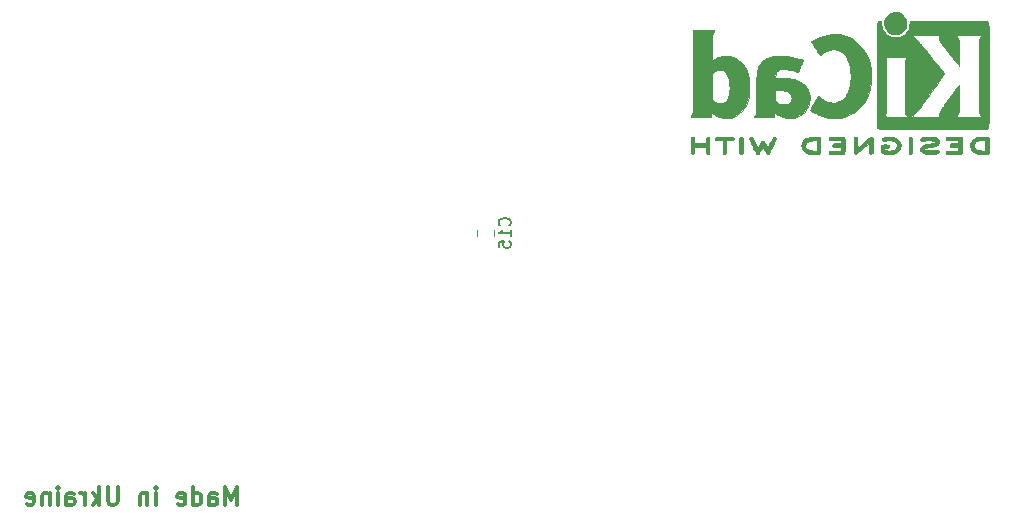
<source format=gbr>
G04 #@! TF.GenerationSoftware,KiCad,Pcbnew,5.0.2-bee76a0~70~ubuntu18.04.1*
G04 #@! TF.CreationDate,2020-01-13T15:24:33+02:00*
G04 #@! TF.ProjectId,videosport,76696465-6f73-4706-9f72-742e6b696361,rev?*
G04 #@! TF.SameCoordinates,Original*
G04 #@! TF.FileFunction,Legend,Bot*
G04 #@! TF.FilePolarity,Positive*
%FSLAX46Y46*%
G04 Gerber Fmt 4.6, Leading zero omitted, Abs format (unit mm)*
G04 Created by KiCad (PCBNEW 5.0.2-bee76a0~70~ubuntu18.04.1) date Пнд 13 янв 2020 15:24:33*
%MOMM*%
%LPD*%
G01*
G04 APERTURE LIST*
%ADD10C,0.300000*%
%ADD11C,0.120000*%
%ADD12C,0.010000*%
%ADD13C,0.150000*%
G04 APERTURE END LIST*
D10*
X141988857Y-122090571D02*
X141988857Y-120590571D01*
X141488857Y-121662000D01*
X140988857Y-120590571D01*
X140988857Y-122090571D01*
X139631714Y-122090571D02*
X139631714Y-121304857D01*
X139703142Y-121162000D01*
X139846000Y-121090571D01*
X140131714Y-121090571D01*
X140274571Y-121162000D01*
X139631714Y-122019142D02*
X139774571Y-122090571D01*
X140131714Y-122090571D01*
X140274571Y-122019142D01*
X140346000Y-121876285D01*
X140346000Y-121733428D01*
X140274571Y-121590571D01*
X140131714Y-121519142D01*
X139774571Y-121519142D01*
X139631714Y-121447714D01*
X138274571Y-122090571D02*
X138274571Y-120590571D01*
X138274571Y-122019142D02*
X138417428Y-122090571D01*
X138703142Y-122090571D01*
X138846000Y-122019142D01*
X138917428Y-121947714D01*
X138988857Y-121804857D01*
X138988857Y-121376285D01*
X138917428Y-121233428D01*
X138846000Y-121162000D01*
X138703142Y-121090571D01*
X138417428Y-121090571D01*
X138274571Y-121162000D01*
X136988857Y-122019142D02*
X137131714Y-122090571D01*
X137417428Y-122090571D01*
X137560285Y-122019142D01*
X137631714Y-121876285D01*
X137631714Y-121304857D01*
X137560285Y-121162000D01*
X137417428Y-121090571D01*
X137131714Y-121090571D01*
X136988857Y-121162000D01*
X136917428Y-121304857D01*
X136917428Y-121447714D01*
X137631714Y-121590571D01*
X135131714Y-122090571D02*
X135131714Y-121090571D01*
X135131714Y-120590571D02*
X135203142Y-120662000D01*
X135131714Y-120733428D01*
X135060285Y-120662000D01*
X135131714Y-120590571D01*
X135131714Y-120733428D01*
X134417428Y-121090571D02*
X134417428Y-122090571D01*
X134417428Y-121233428D02*
X134346000Y-121162000D01*
X134203142Y-121090571D01*
X133988857Y-121090571D01*
X133846000Y-121162000D01*
X133774571Y-121304857D01*
X133774571Y-122090571D01*
X131917428Y-120590571D02*
X131917428Y-121804857D01*
X131846000Y-121947714D01*
X131774571Y-122019142D01*
X131631714Y-122090571D01*
X131346000Y-122090571D01*
X131203142Y-122019142D01*
X131131714Y-121947714D01*
X131060285Y-121804857D01*
X131060285Y-120590571D01*
X130346000Y-122090571D02*
X130346000Y-120590571D01*
X130203142Y-121519142D02*
X129774571Y-122090571D01*
X129774571Y-121090571D02*
X130346000Y-121662000D01*
X129131714Y-122090571D02*
X129131714Y-121090571D01*
X129131714Y-121376285D02*
X129060285Y-121233428D01*
X128988857Y-121162000D01*
X128846000Y-121090571D01*
X128703142Y-121090571D01*
X127560285Y-122090571D02*
X127560285Y-121304857D01*
X127631714Y-121162000D01*
X127774571Y-121090571D01*
X128060285Y-121090571D01*
X128203142Y-121162000D01*
X127560285Y-122019142D02*
X127703142Y-122090571D01*
X128060285Y-122090571D01*
X128203142Y-122019142D01*
X128274571Y-121876285D01*
X128274571Y-121733428D01*
X128203142Y-121590571D01*
X128060285Y-121519142D01*
X127703142Y-121519142D01*
X127560285Y-121447714D01*
X126846000Y-122090571D02*
X126846000Y-121090571D01*
X126846000Y-120590571D02*
X126917428Y-120662000D01*
X126846000Y-120733428D01*
X126774571Y-120662000D01*
X126846000Y-120590571D01*
X126846000Y-120733428D01*
X126131714Y-121090571D02*
X126131714Y-122090571D01*
X126131714Y-121233428D02*
X126060285Y-121162000D01*
X125917428Y-121090571D01*
X125703142Y-121090571D01*
X125560285Y-121162000D01*
X125488857Y-121304857D01*
X125488857Y-122090571D01*
X124203142Y-122019142D02*
X124346000Y-122090571D01*
X124631714Y-122090571D01*
X124774571Y-122019142D01*
X124846000Y-121876285D01*
X124846000Y-121304857D01*
X124774571Y-121162000D01*
X124631714Y-121090571D01*
X124346000Y-121090571D01*
X124203142Y-121162000D01*
X124131714Y-121304857D01*
X124131714Y-121447714D01*
X124846000Y-121590571D01*
D11*
G04 #@! TO.C,C15*
X162358000Y-99318578D02*
X162358000Y-98801422D01*
X163778000Y-99318578D02*
X163778000Y-98801422D01*
D12*
G04 #@! TO.C,REF\002A\002A*
G36*
X197606380Y-80386594D02*
X197412970Y-80435286D01*
X197239029Y-80521332D01*
X197088740Y-80641421D01*
X196966284Y-80792243D01*
X196875845Y-80970486D01*
X196823086Y-81163967D01*
X196811332Y-81359364D01*
X196841173Y-81547920D01*
X196908874Y-81724419D01*
X197010703Y-81883645D01*
X197142925Y-82020385D01*
X197301808Y-82129422D01*
X197483617Y-82205540D01*
X197586606Y-82230498D01*
X197675999Y-82245608D01*
X197744909Y-82251579D01*
X197811124Y-82247913D01*
X197892434Y-82234113D01*
X197958922Y-82220100D01*
X198146588Y-82156800D01*
X198314681Y-82054096D01*
X198459416Y-81915102D01*
X198577007Y-81742935D01*
X198605029Y-81688214D01*
X198638051Y-81615155D01*
X198658760Y-81553803D01*
X198669941Y-81489252D01*
X198674380Y-81406599D01*
X198674939Y-81314018D01*
X198666729Y-81144549D01*
X198639779Y-81005373D01*
X198589174Y-80883582D01*
X198510002Y-80766272D01*
X198432562Y-80677349D01*
X198288136Y-80545125D01*
X198137279Y-80453855D01*
X197971038Y-80399208D01*
X197815078Y-80378567D01*
X197606380Y-80386594D01*
X197606380Y-80386594D01*
G37*
X197606380Y-80386594D02*
X197412970Y-80435286D01*
X197239029Y-80521332D01*
X197088740Y-80641421D01*
X196966284Y-80792243D01*
X196875845Y-80970486D01*
X196823086Y-81163967D01*
X196811332Y-81359364D01*
X196841173Y-81547920D01*
X196908874Y-81724419D01*
X197010703Y-81883645D01*
X197142925Y-82020385D01*
X197301808Y-82129422D01*
X197483617Y-82205540D01*
X197586606Y-82230498D01*
X197675999Y-82245608D01*
X197744909Y-82251579D01*
X197811124Y-82247913D01*
X197892434Y-82234113D01*
X197958922Y-82220100D01*
X198146588Y-82156800D01*
X198314681Y-82054096D01*
X198459416Y-81915102D01*
X198577007Y-81742935D01*
X198605029Y-81688214D01*
X198638051Y-81615155D01*
X198658760Y-81553803D01*
X198669941Y-81489252D01*
X198674380Y-81406599D01*
X198674939Y-81314018D01*
X198666729Y-81144549D01*
X198639779Y-81005373D01*
X198589174Y-80883582D01*
X198510002Y-80766272D01*
X198432562Y-80677349D01*
X198288136Y-80545125D01*
X198137279Y-80453855D01*
X197971038Y-80399208D01*
X197815078Y-80378567D01*
X197606380Y-80386594D01*
G36*
X180611749Y-85299777D02*
X180611710Y-85770705D01*
X180611658Y-86198488D01*
X180611512Y-86585338D01*
X180611195Y-86933466D01*
X180610629Y-87245085D01*
X180609735Y-87522406D01*
X180608435Y-87767640D01*
X180606651Y-87983001D01*
X180604303Y-88170700D01*
X180601315Y-88332948D01*
X180597607Y-88471957D01*
X180593101Y-88589940D01*
X180587718Y-88689109D01*
X180581381Y-88771674D01*
X180574012Y-88839848D01*
X180565530Y-88895843D01*
X180555859Y-88941870D01*
X180544921Y-88980143D01*
X180532635Y-89012871D01*
X180518925Y-89042268D01*
X180503712Y-89070544D01*
X180486917Y-89099913D01*
X180476484Y-89118207D01*
X180407648Y-89240179D01*
X182131607Y-89240179D01*
X182131607Y-89047411D01*
X182133077Y-88960296D01*
X182136998Y-88893671D01*
X182142641Y-88857950D01*
X182145136Y-88854643D01*
X182168082Y-88868472D01*
X182213714Y-88904317D01*
X182259316Y-88943239D01*
X182368973Y-89025072D01*
X182508550Y-89107445D01*
X182663341Y-89182791D01*
X182818640Y-89243543D01*
X182880620Y-89262926D01*
X183018227Y-89292188D01*
X183184669Y-89312199D01*
X183364254Y-89322331D01*
X183541287Y-89321956D01*
X183700075Y-89310445D01*
X183775803Y-89298777D01*
X184053230Y-89222314D01*
X184308969Y-89106351D01*
X184541645Y-88951942D01*
X184749881Y-88760144D01*
X184932299Y-88532012D01*
X185066499Y-88309426D01*
X185176724Y-88074872D01*
X185261100Y-87835108D01*
X185321361Y-87581996D01*
X185359241Y-87307398D01*
X185376474Y-87003174D01*
X185377934Y-86847589D01*
X185373726Y-86733527D01*
X183708091Y-86733527D01*
X183707673Y-86920495D01*
X183701821Y-87096658D01*
X183690446Y-87251506D01*
X183673460Y-87374527D01*
X183668270Y-87399319D01*
X183604384Y-87614843D01*
X183520694Y-87789670D01*
X183416502Y-87924237D01*
X183291109Y-88018983D01*
X183143815Y-88074350D01*
X182973923Y-88090774D01*
X182780733Y-88068695D01*
X182653214Y-88037111D01*
X182554489Y-88000569D01*
X182445748Y-87948642D01*
X182364062Y-87901026D01*
X182222321Y-87807877D01*
X182222321Y-85497225D01*
X182357738Y-85409701D01*
X182515490Y-85327490D01*
X182684613Y-85273951D01*
X182855621Y-85249996D01*
X183019029Y-85256539D01*
X183165353Y-85294493D01*
X183229546Y-85325770D01*
X183345912Y-85412148D01*
X183444264Y-85526199D01*
X183526940Y-85672092D01*
X183596279Y-85853992D01*
X183654620Y-86076069D01*
X183657194Y-86087857D01*
X183677626Y-86212921D01*
X183692979Y-86369229D01*
X183703163Y-86546268D01*
X183708091Y-86733527D01*
X185373726Y-86733527D01*
X185362161Y-86420058D01*
X185318076Y-86026637D01*
X185245786Y-85667587D01*
X185145394Y-85343170D01*
X185017005Y-85053646D01*
X184860722Y-84799276D01*
X184676650Y-84580321D01*
X184464893Y-84397042D01*
X184374161Y-84334864D01*
X184171362Y-84222068D01*
X183963859Y-84142492D01*
X183742700Y-84093957D01*
X183498934Y-84074280D01*
X183313097Y-84076380D01*
X183052631Y-84098410D01*
X182826438Y-84142236D01*
X182627973Y-84209872D01*
X182450694Y-84303331D01*
X182352527Y-84372060D01*
X182293532Y-84416085D01*
X182249957Y-84446160D01*
X182233464Y-84455000D01*
X182230220Y-84433245D01*
X182227627Y-84371665D01*
X182225660Y-84275788D01*
X182224295Y-84151141D01*
X182223505Y-84003250D01*
X182223265Y-83837644D01*
X182223550Y-83659849D01*
X182224335Y-83475393D01*
X182225594Y-83289803D01*
X182227302Y-83108606D01*
X182229433Y-82937330D01*
X182231963Y-82781501D01*
X182234865Y-82646648D01*
X182238114Y-82538297D01*
X182241685Y-82461975D01*
X182242673Y-82447946D01*
X182257895Y-82306486D01*
X182281121Y-82195696D01*
X182316757Y-82101032D01*
X182369209Y-82007952D01*
X182381799Y-81988705D01*
X182430882Y-81915000D01*
X180612143Y-81915000D01*
X180611749Y-85299777D01*
X180611749Y-85299777D01*
G37*
X180611749Y-85299777D02*
X180611710Y-85770705D01*
X180611658Y-86198488D01*
X180611512Y-86585338D01*
X180611195Y-86933466D01*
X180610629Y-87245085D01*
X180609735Y-87522406D01*
X180608435Y-87767640D01*
X180606651Y-87983001D01*
X180604303Y-88170700D01*
X180601315Y-88332948D01*
X180597607Y-88471957D01*
X180593101Y-88589940D01*
X180587718Y-88689109D01*
X180581381Y-88771674D01*
X180574012Y-88839848D01*
X180565530Y-88895843D01*
X180555859Y-88941870D01*
X180544921Y-88980143D01*
X180532635Y-89012871D01*
X180518925Y-89042268D01*
X180503712Y-89070544D01*
X180486917Y-89099913D01*
X180476484Y-89118207D01*
X180407648Y-89240179D01*
X182131607Y-89240179D01*
X182131607Y-89047411D01*
X182133077Y-88960296D01*
X182136998Y-88893671D01*
X182142641Y-88857950D01*
X182145136Y-88854643D01*
X182168082Y-88868472D01*
X182213714Y-88904317D01*
X182259316Y-88943239D01*
X182368973Y-89025072D01*
X182508550Y-89107445D01*
X182663341Y-89182791D01*
X182818640Y-89243543D01*
X182880620Y-89262926D01*
X183018227Y-89292188D01*
X183184669Y-89312199D01*
X183364254Y-89322331D01*
X183541287Y-89321956D01*
X183700075Y-89310445D01*
X183775803Y-89298777D01*
X184053230Y-89222314D01*
X184308969Y-89106351D01*
X184541645Y-88951942D01*
X184749881Y-88760144D01*
X184932299Y-88532012D01*
X185066499Y-88309426D01*
X185176724Y-88074872D01*
X185261100Y-87835108D01*
X185321361Y-87581996D01*
X185359241Y-87307398D01*
X185376474Y-87003174D01*
X185377934Y-86847589D01*
X185373726Y-86733527D01*
X183708091Y-86733527D01*
X183707673Y-86920495D01*
X183701821Y-87096658D01*
X183690446Y-87251506D01*
X183673460Y-87374527D01*
X183668270Y-87399319D01*
X183604384Y-87614843D01*
X183520694Y-87789670D01*
X183416502Y-87924237D01*
X183291109Y-88018983D01*
X183143815Y-88074350D01*
X182973923Y-88090774D01*
X182780733Y-88068695D01*
X182653214Y-88037111D01*
X182554489Y-88000569D01*
X182445748Y-87948642D01*
X182364062Y-87901026D01*
X182222321Y-87807877D01*
X182222321Y-85497225D01*
X182357738Y-85409701D01*
X182515490Y-85327490D01*
X182684613Y-85273951D01*
X182855621Y-85249996D01*
X183019029Y-85256539D01*
X183165353Y-85294493D01*
X183229546Y-85325770D01*
X183345912Y-85412148D01*
X183444264Y-85526199D01*
X183526940Y-85672092D01*
X183596279Y-85853992D01*
X183654620Y-86076069D01*
X183657194Y-86087857D01*
X183677626Y-86212921D01*
X183692979Y-86369229D01*
X183703163Y-86546268D01*
X183708091Y-86733527D01*
X185373726Y-86733527D01*
X185362161Y-86420058D01*
X185318076Y-86026637D01*
X185245786Y-85667587D01*
X185145394Y-85343170D01*
X185017005Y-85053646D01*
X184860722Y-84799276D01*
X184676650Y-84580321D01*
X184464893Y-84397042D01*
X184374161Y-84334864D01*
X184171362Y-84222068D01*
X183963859Y-84142492D01*
X183742700Y-84093957D01*
X183498934Y-84074280D01*
X183313097Y-84076380D01*
X183052631Y-84098410D01*
X182826438Y-84142236D01*
X182627973Y-84209872D01*
X182450694Y-84303331D01*
X182352527Y-84372060D01*
X182293532Y-84416085D01*
X182249957Y-84446160D01*
X182233464Y-84455000D01*
X182230220Y-84433245D01*
X182227627Y-84371665D01*
X182225660Y-84275788D01*
X182224295Y-84151141D01*
X182223505Y-84003250D01*
X182223265Y-83837644D01*
X182223550Y-83659849D01*
X182224335Y-83475393D01*
X182225594Y-83289803D01*
X182227302Y-83108606D01*
X182229433Y-82937330D01*
X182231963Y-82781501D01*
X182234865Y-82646648D01*
X182238114Y-82538297D01*
X182241685Y-82461975D01*
X182242673Y-82447946D01*
X182257895Y-82306486D01*
X182281121Y-82195696D01*
X182316757Y-82101032D01*
X182369209Y-82007952D01*
X182381799Y-81988705D01*
X182430882Y-81915000D01*
X180612143Y-81915000D01*
X180611749Y-85299777D01*
G36*
X187668981Y-84082984D02*
X187363788Y-84123192D01*
X187092052Y-84190762D01*
X186852019Y-84286233D01*
X186641934Y-84410143D01*
X186486022Y-84537831D01*
X186347726Y-84686761D01*
X186239764Y-84847017D01*
X186153573Y-85032281D01*
X186122486Y-85118805D01*
X186096653Y-85197115D01*
X186074149Y-85269732D01*
X186054714Y-85340336D01*
X186038088Y-85412610D01*
X186024011Y-85490234D01*
X186012221Y-85576890D01*
X186002460Y-85676259D01*
X185994465Y-85792022D01*
X185987978Y-85927861D01*
X185982736Y-86087457D01*
X185978481Y-86274491D01*
X185974952Y-86492644D01*
X185971888Y-86745598D01*
X185969028Y-87037033D01*
X185966513Y-87323839D01*
X185963848Y-87637615D01*
X185961426Y-87909364D01*
X185958996Y-88142413D01*
X185956305Y-88340090D01*
X185953101Y-88505722D01*
X185949134Y-88642636D01*
X185944149Y-88754160D01*
X185937897Y-88843622D01*
X185930124Y-88914348D01*
X185920580Y-88969666D01*
X185909011Y-89012903D01*
X185895166Y-89047388D01*
X185878793Y-89076446D01*
X185859641Y-89103406D01*
X185837457Y-89131594D01*
X185828817Y-89142509D01*
X185797037Y-89188390D01*
X185782902Y-89219635D01*
X185782857Y-89220558D01*
X185804708Y-89224975D01*
X185866956Y-89229045D01*
X185964639Y-89232652D01*
X186092796Y-89235683D01*
X186246468Y-89238023D01*
X186420693Y-89239558D01*
X186610510Y-89240172D01*
X186632420Y-89240179D01*
X187481984Y-89240179D01*
X187488536Y-89047188D01*
X187495089Y-88854197D01*
X187619821Y-88956627D01*
X187815350Y-89092257D01*
X188036134Y-89202129D01*
X188209835Y-89262857D01*
X188348593Y-89292365D01*
X188516042Y-89312440D01*
X188696376Y-89322458D01*
X188873793Y-89321790D01*
X189032487Y-89309812D01*
X189105268Y-89298334D01*
X189386555Y-89222272D01*
X189640535Y-89112096D01*
X189865371Y-88969446D01*
X190059226Y-88795962D01*
X190220266Y-88593284D01*
X190346654Y-88363054D01*
X190435801Y-88109745D01*
X190460580Y-87996073D01*
X190475867Y-87871119D01*
X190483157Y-87720774D01*
X190484151Y-87652679D01*
X190484020Y-87646280D01*
X188957359Y-87646280D01*
X188938688Y-87797053D01*
X188882063Y-87925277D01*
X188784693Y-88037050D01*
X188774534Y-88045914D01*
X188677514Y-88115879D01*
X188573635Y-88161244D01*
X188451629Y-88185192D01*
X188300230Y-88190904D01*
X188263853Y-88190090D01*
X188155736Y-88184761D01*
X188075319Y-88173880D01*
X188004973Y-88153462D01*
X187927069Y-88119520D01*
X187905690Y-88109117D01*
X187783846Y-88037141D01*
X187689791Y-87951496D01*
X187664203Y-87920884D01*
X187574464Y-87807356D01*
X187574464Y-87413855D01*
X187575540Y-87255860D01*
X187578935Y-87139441D01*
X187584898Y-87060865D01*
X187593679Y-87016399D01*
X187601885Y-87003408D01*
X187633878Y-86997052D01*
X187701746Y-86991784D01*
X187796013Y-86988101D01*
X187907200Y-86986499D01*
X187925055Y-86986469D01*
X188167684Y-86997023D01*
X188373941Y-87029502D01*
X188547821Y-87085145D01*
X188693319Y-87165195D01*
X188803669Y-87259514D01*
X188893161Y-87375804D01*
X188942830Y-87502463D01*
X188957359Y-87646280D01*
X190484020Y-87646280D01*
X190480267Y-87464331D01*
X190463504Y-87305828D01*
X190430867Y-87162747D01*
X190379365Y-87020665D01*
X190331158Y-86915454D01*
X190213397Y-86724009D01*
X190056506Y-86547171D01*
X189865259Y-86388160D01*
X189644431Y-86250192D01*
X189398795Y-86136488D01*
X189133126Y-86050265D01*
X189003214Y-86020253D01*
X188729635Y-85975846D01*
X188431418Y-85946549D01*
X188127154Y-85933731D01*
X187872907Y-85937010D01*
X187547688Y-85950629D01*
X187562594Y-85832145D01*
X187601352Y-85632953D01*
X187663897Y-85470792D01*
X187751959Y-85344418D01*
X187867268Y-85252590D01*
X188011554Y-85194063D01*
X188186547Y-85167594D01*
X188393978Y-85171941D01*
X188470268Y-85179979D01*
X188753909Y-85230539D01*
X189028757Y-85312974D01*
X189218660Y-85389316D01*
X189309383Y-85428238D01*
X189386591Y-85459518D01*
X189439529Y-85478893D01*
X189454974Y-85483007D01*
X189474550Y-85464769D01*
X189508136Y-85406571D01*
X189556050Y-85307757D01*
X189618607Y-85167669D01*
X189696123Y-84985649D01*
X189709377Y-84953929D01*
X189769758Y-84808649D01*
X189823958Y-84677371D01*
X189869636Y-84565837D01*
X189904452Y-84479787D01*
X189926064Y-84424961D01*
X189932305Y-84407204D01*
X189912218Y-84397652D01*
X189859430Y-84387051D01*
X189802634Y-84379659D01*
X189742050Y-84370103D01*
X189646049Y-84351128D01*
X189523144Y-84324594D01*
X189381850Y-84292361D01*
X189230680Y-84256289D01*
X189173303Y-84242182D01*
X188962243Y-84190777D01*
X188786133Y-84150473D01*
X188636291Y-84119982D01*
X188504033Y-84098016D01*
X188380676Y-84083289D01*
X188257540Y-84074511D01*
X188125939Y-84070397D01*
X188009386Y-84069598D01*
X187668981Y-84082984D01*
X187668981Y-84082984D01*
G37*
X187668981Y-84082984D02*
X187363788Y-84123192D01*
X187092052Y-84190762D01*
X186852019Y-84286233D01*
X186641934Y-84410143D01*
X186486022Y-84537831D01*
X186347726Y-84686761D01*
X186239764Y-84847017D01*
X186153573Y-85032281D01*
X186122486Y-85118805D01*
X186096653Y-85197115D01*
X186074149Y-85269732D01*
X186054714Y-85340336D01*
X186038088Y-85412610D01*
X186024011Y-85490234D01*
X186012221Y-85576890D01*
X186002460Y-85676259D01*
X185994465Y-85792022D01*
X185987978Y-85927861D01*
X185982736Y-86087457D01*
X185978481Y-86274491D01*
X185974952Y-86492644D01*
X185971888Y-86745598D01*
X185969028Y-87037033D01*
X185966513Y-87323839D01*
X185963848Y-87637615D01*
X185961426Y-87909364D01*
X185958996Y-88142413D01*
X185956305Y-88340090D01*
X185953101Y-88505722D01*
X185949134Y-88642636D01*
X185944149Y-88754160D01*
X185937897Y-88843622D01*
X185930124Y-88914348D01*
X185920580Y-88969666D01*
X185909011Y-89012903D01*
X185895166Y-89047388D01*
X185878793Y-89076446D01*
X185859641Y-89103406D01*
X185837457Y-89131594D01*
X185828817Y-89142509D01*
X185797037Y-89188390D01*
X185782902Y-89219635D01*
X185782857Y-89220558D01*
X185804708Y-89224975D01*
X185866956Y-89229045D01*
X185964639Y-89232652D01*
X186092796Y-89235683D01*
X186246468Y-89238023D01*
X186420693Y-89239558D01*
X186610510Y-89240172D01*
X186632420Y-89240179D01*
X187481984Y-89240179D01*
X187488536Y-89047188D01*
X187495089Y-88854197D01*
X187619821Y-88956627D01*
X187815350Y-89092257D01*
X188036134Y-89202129D01*
X188209835Y-89262857D01*
X188348593Y-89292365D01*
X188516042Y-89312440D01*
X188696376Y-89322458D01*
X188873793Y-89321790D01*
X189032487Y-89309812D01*
X189105268Y-89298334D01*
X189386555Y-89222272D01*
X189640535Y-89112096D01*
X189865371Y-88969446D01*
X190059226Y-88795962D01*
X190220266Y-88593284D01*
X190346654Y-88363054D01*
X190435801Y-88109745D01*
X190460580Y-87996073D01*
X190475867Y-87871119D01*
X190483157Y-87720774D01*
X190484151Y-87652679D01*
X190484020Y-87646280D01*
X188957359Y-87646280D01*
X188938688Y-87797053D01*
X188882063Y-87925277D01*
X188784693Y-88037050D01*
X188774534Y-88045914D01*
X188677514Y-88115879D01*
X188573635Y-88161244D01*
X188451629Y-88185192D01*
X188300230Y-88190904D01*
X188263853Y-88190090D01*
X188155736Y-88184761D01*
X188075319Y-88173880D01*
X188004973Y-88153462D01*
X187927069Y-88119520D01*
X187905690Y-88109117D01*
X187783846Y-88037141D01*
X187689791Y-87951496D01*
X187664203Y-87920884D01*
X187574464Y-87807356D01*
X187574464Y-87413855D01*
X187575540Y-87255860D01*
X187578935Y-87139441D01*
X187584898Y-87060865D01*
X187593679Y-87016399D01*
X187601885Y-87003408D01*
X187633878Y-86997052D01*
X187701746Y-86991784D01*
X187796013Y-86988101D01*
X187907200Y-86986499D01*
X187925055Y-86986469D01*
X188167684Y-86997023D01*
X188373941Y-87029502D01*
X188547821Y-87085145D01*
X188693319Y-87165195D01*
X188803669Y-87259514D01*
X188893161Y-87375804D01*
X188942830Y-87502463D01*
X188957359Y-87646280D01*
X190484020Y-87646280D01*
X190480267Y-87464331D01*
X190463504Y-87305828D01*
X190430867Y-87162747D01*
X190379365Y-87020665D01*
X190331158Y-86915454D01*
X190213397Y-86724009D01*
X190056506Y-86547171D01*
X189865259Y-86388160D01*
X189644431Y-86250192D01*
X189398795Y-86136488D01*
X189133126Y-86050265D01*
X189003214Y-86020253D01*
X188729635Y-85975846D01*
X188431418Y-85946549D01*
X188127154Y-85933731D01*
X187872907Y-85937010D01*
X187547688Y-85950629D01*
X187562594Y-85832145D01*
X187601352Y-85632953D01*
X187663897Y-85470792D01*
X187751959Y-85344418D01*
X187867268Y-85252590D01*
X188011554Y-85194063D01*
X188186547Y-85167594D01*
X188393978Y-85171941D01*
X188470268Y-85179979D01*
X188753909Y-85230539D01*
X189028757Y-85312974D01*
X189218660Y-85389316D01*
X189309383Y-85428238D01*
X189386591Y-85459518D01*
X189439529Y-85478893D01*
X189454974Y-85483007D01*
X189474550Y-85464769D01*
X189508136Y-85406571D01*
X189556050Y-85307757D01*
X189618607Y-85167669D01*
X189696123Y-84985649D01*
X189709377Y-84953929D01*
X189769758Y-84808649D01*
X189823958Y-84677371D01*
X189869636Y-84565837D01*
X189904452Y-84479787D01*
X189926064Y-84424961D01*
X189932305Y-84407204D01*
X189912218Y-84397652D01*
X189859430Y-84387051D01*
X189802634Y-84379659D01*
X189742050Y-84370103D01*
X189646049Y-84351128D01*
X189523144Y-84324594D01*
X189381850Y-84292361D01*
X189230680Y-84256289D01*
X189173303Y-84242182D01*
X188962243Y-84190777D01*
X188786133Y-84150473D01*
X188636291Y-84119982D01*
X188504033Y-84098016D01*
X188380676Y-84083289D01*
X188257540Y-84074511D01*
X188125939Y-84070397D01*
X188009386Y-84069598D01*
X187668981Y-84082984D01*
G36*
X192380209Y-82239830D02*
X192058497Y-82282366D01*
X191729153Y-82363005D01*
X191388031Y-82482544D01*
X191030985Y-82641783D01*
X191008349Y-82652922D01*
X190892444Y-82709223D01*
X190788889Y-82757593D01*
X190705240Y-82794652D01*
X190649049Y-82817025D01*
X190629821Y-82822143D01*
X190591216Y-82832203D01*
X190581952Y-82840652D01*
X190592204Y-82861611D01*
X190624427Y-82914422D01*
X190674912Y-82993551D01*
X190739949Y-83093463D01*
X190815828Y-83208625D01*
X190898839Y-83333501D01*
X190985271Y-83462558D01*
X191071417Y-83590261D01*
X191153564Y-83711076D01*
X191228004Y-83819469D01*
X191291026Y-83909905D01*
X191338921Y-83976851D01*
X191367979Y-84014771D01*
X191371967Y-84019169D01*
X191392294Y-84009831D01*
X191437175Y-83975324D01*
X191498589Y-83922045D01*
X191530217Y-83892963D01*
X191724057Y-83741728D01*
X191938431Y-83630351D01*
X192170471Y-83559836D01*
X192417308Y-83531188D01*
X192556728Y-83533540D01*
X192800087Y-83568015D01*
X193019498Y-83640100D01*
X193215615Y-83750320D01*
X193389095Y-83899203D01*
X193540593Y-84087275D01*
X193670766Y-84315064D01*
X193745935Y-84489018D01*
X193834032Y-84761629D01*
X193898961Y-85057913D01*
X193940890Y-85370229D01*
X193959987Y-85690938D01*
X193956418Y-86012400D01*
X193930351Y-86326975D01*
X193881953Y-86627022D01*
X193811391Y-86904901D01*
X193718833Y-87152973D01*
X193686124Y-87221786D01*
X193549022Y-87450977D01*
X193387384Y-87644824D01*
X193203585Y-87801748D01*
X192999999Y-87920168D01*
X192778999Y-87998506D01*
X192542960Y-88035181D01*
X192459654Y-88037879D01*
X192215452Y-88015940D01*
X191973502Y-87950014D01*
X191736875Y-87841463D01*
X191508638Y-87691648D01*
X191325007Y-87534296D01*
X191231531Y-87444837D01*
X190867377Y-88042017D01*
X190776779Y-88191004D01*
X190693935Y-88328039D01*
X190621782Y-88448199D01*
X190563259Y-88546558D01*
X190521305Y-88618194D01*
X190498858Y-88658182D01*
X190495941Y-88664399D01*
X190512473Y-88683764D01*
X190563859Y-88718479D01*
X190643602Y-88765256D01*
X190745206Y-88820805D01*
X190862172Y-88881839D01*
X190988004Y-88945070D01*
X191116206Y-89007209D01*
X191240280Y-89064968D01*
X191353729Y-89115060D01*
X191450056Y-89154196D01*
X191497170Y-89171130D01*
X191765895Y-89247097D01*
X192042914Y-89297326D01*
X192339643Y-89323450D01*
X192594352Y-89328127D01*
X192730870Y-89325928D01*
X192862658Y-89321714D01*
X192978031Y-89316005D01*
X193065305Y-89309320D01*
X193093641Y-89305938D01*
X193372912Y-89248010D01*
X193657229Y-89157368D01*
X193933421Y-89039408D01*
X194188314Y-88899527D01*
X194344018Y-88793697D01*
X194599970Y-88576328D01*
X194837632Y-88322063D01*
X195052601Y-88037187D01*
X195240475Y-87727982D01*
X195396853Y-87400731D01*
X195484954Y-87165089D01*
X195585898Y-86796195D01*
X195653194Y-86405364D01*
X195686865Y-86001055D01*
X195686931Y-85591722D01*
X195653412Y-85185823D01*
X195586331Y-84791814D01*
X195485708Y-84418152D01*
X195478041Y-84394872D01*
X195351713Y-84069318D01*
X195197533Y-83772163D01*
X195010272Y-83494996D01*
X194784699Y-83229408D01*
X194696577Y-83138479D01*
X194423077Y-82889489D01*
X194141915Y-82683489D01*
X193848773Y-82518237D01*
X193539335Y-82391490D01*
X193209287Y-82301005D01*
X193017321Y-82265869D01*
X192698435Y-82234597D01*
X192380209Y-82239830D01*
X192380209Y-82239830D01*
G37*
X192380209Y-82239830D02*
X192058497Y-82282366D01*
X191729153Y-82363005D01*
X191388031Y-82482544D01*
X191030985Y-82641783D01*
X191008349Y-82652922D01*
X190892444Y-82709223D01*
X190788889Y-82757593D01*
X190705240Y-82794652D01*
X190649049Y-82817025D01*
X190629821Y-82822143D01*
X190591216Y-82832203D01*
X190581952Y-82840652D01*
X190592204Y-82861611D01*
X190624427Y-82914422D01*
X190674912Y-82993551D01*
X190739949Y-83093463D01*
X190815828Y-83208625D01*
X190898839Y-83333501D01*
X190985271Y-83462558D01*
X191071417Y-83590261D01*
X191153564Y-83711076D01*
X191228004Y-83819469D01*
X191291026Y-83909905D01*
X191338921Y-83976851D01*
X191367979Y-84014771D01*
X191371967Y-84019169D01*
X191392294Y-84009831D01*
X191437175Y-83975324D01*
X191498589Y-83922045D01*
X191530217Y-83892963D01*
X191724057Y-83741728D01*
X191938431Y-83630351D01*
X192170471Y-83559836D01*
X192417308Y-83531188D01*
X192556728Y-83533540D01*
X192800087Y-83568015D01*
X193019498Y-83640100D01*
X193215615Y-83750320D01*
X193389095Y-83899203D01*
X193540593Y-84087275D01*
X193670766Y-84315064D01*
X193745935Y-84489018D01*
X193834032Y-84761629D01*
X193898961Y-85057913D01*
X193940890Y-85370229D01*
X193959987Y-85690938D01*
X193956418Y-86012400D01*
X193930351Y-86326975D01*
X193881953Y-86627022D01*
X193811391Y-86904901D01*
X193718833Y-87152973D01*
X193686124Y-87221786D01*
X193549022Y-87450977D01*
X193387384Y-87644824D01*
X193203585Y-87801748D01*
X192999999Y-87920168D01*
X192778999Y-87998506D01*
X192542960Y-88035181D01*
X192459654Y-88037879D01*
X192215452Y-88015940D01*
X191973502Y-87950014D01*
X191736875Y-87841463D01*
X191508638Y-87691648D01*
X191325007Y-87534296D01*
X191231531Y-87444837D01*
X190867377Y-88042017D01*
X190776779Y-88191004D01*
X190693935Y-88328039D01*
X190621782Y-88448199D01*
X190563259Y-88546558D01*
X190521305Y-88618194D01*
X190498858Y-88658182D01*
X190495941Y-88664399D01*
X190512473Y-88683764D01*
X190563859Y-88718479D01*
X190643602Y-88765256D01*
X190745206Y-88820805D01*
X190862172Y-88881839D01*
X190988004Y-88945070D01*
X191116206Y-89007209D01*
X191240280Y-89064968D01*
X191353729Y-89115060D01*
X191450056Y-89154196D01*
X191497170Y-89171130D01*
X191765895Y-89247097D01*
X192042914Y-89297326D01*
X192339643Y-89323450D01*
X192594352Y-89328127D01*
X192730870Y-89325928D01*
X192862658Y-89321714D01*
X192978031Y-89316005D01*
X193065305Y-89309320D01*
X193093641Y-89305938D01*
X193372912Y-89248010D01*
X193657229Y-89157368D01*
X193933421Y-89039408D01*
X194188314Y-88899527D01*
X194344018Y-88793697D01*
X194599970Y-88576328D01*
X194837632Y-88322063D01*
X195052601Y-88037187D01*
X195240475Y-87727982D01*
X195396853Y-87400731D01*
X195484954Y-87165089D01*
X195585898Y-86796195D01*
X195653194Y-86405364D01*
X195686865Y-86001055D01*
X195686931Y-85591722D01*
X195653412Y-85185823D01*
X195586331Y-84791814D01*
X195485708Y-84418152D01*
X195478041Y-84394872D01*
X195351713Y-84069318D01*
X195197533Y-83772163D01*
X195010272Y-83494996D01*
X194784699Y-83229408D01*
X194696577Y-83138479D01*
X194423077Y-82889489D01*
X194141915Y-82683489D01*
X193848773Y-82518237D01*
X193539335Y-82391490D01*
X193209287Y-82301005D01*
X193017321Y-82265869D01*
X192698435Y-82234597D01*
X192380209Y-82239830D01*
G36*
X198959107Y-81315689D02*
X198937280Y-81544585D01*
X198873763Y-81760791D01*
X198771503Y-81959673D01*
X198633446Y-82136597D01*
X198462538Y-82286929D01*
X198267698Y-82403181D01*
X198054212Y-82482777D01*
X197839229Y-82520080D01*
X197626986Y-82517791D01*
X197421724Y-82478609D01*
X197227680Y-82405234D01*
X197049093Y-82300368D01*
X196890204Y-82166708D01*
X196755250Y-82006957D01*
X196648471Y-81823814D01*
X196574105Y-81619978D01*
X196536392Y-81398151D01*
X196532500Y-81297914D01*
X196532500Y-81121250D01*
X196428178Y-81121250D01*
X196355239Y-81126965D01*
X196301204Y-81150669D01*
X196246750Y-81198357D01*
X196169643Y-81275464D01*
X196169643Y-85678173D01*
X196169661Y-86204789D01*
X196169726Y-86687939D01*
X196169854Y-87129515D01*
X196170062Y-87531409D01*
X196170366Y-87895512D01*
X196170783Y-88223715D01*
X196171328Y-88517911D01*
X196172019Y-88779990D01*
X196172872Y-89011845D01*
X196173902Y-89215366D01*
X196175127Y-89392446D01*
X196176563Y-89544976D01*
X196178226Y-89674847D01*
X196180133Y-89783951D01*
X196182299Y-89874179D01*
X196184742Y-89947424D01*
X196187478Y-90005576D01*
X196190523Y-90050528D01*
X196193893Y-90084170D01*
X196197606Y-90108395D01*
X196201676Y-90125093D01*
X196206122Y-90136157D01*
X196208296Y-90139874D01*
X196216659Y-90153960D01*
X196223760Y-90166911D01*
X196231453Y-90178772D01*
X196241593Y-90189593D01*
X196256034Y-90199420D01*
X196276631Y-90208300D01*
X196305239Y-90216282D01*
X196343711Y-90223412D01*
X196393903Y-90229738D01*
X196457669Y-90235308D01*
X196536864Y-90240168D01*
X196633342Y-90244366D01*
X196748958Y-90247950D01*
X196885565Y-90250968D01*
X197045020Y-90253465D01*
X197229175Y-90255490D01*
X197439886Y-90257091D01*
X197679008Y-90258314D01*
X197948395Y-90259208D01*
X198249900Y-90259819D01*
X198585380Y-90260194D01*
X198956688Y-90260383D01*
X199365679Y-90260431D01*
X199814208Y-90260386D01*
X200304128Y-90260295D01*
X200837295Y-90260207D01*
X200914405Y-90260198D01*
X201450745Y-90260111D01*
X201943575Y-90259969D01*
X202394742Y-90259758D01*
X202806093Y-90259462D01*
X203179476Y-90259067D01*
X203516738Y-90258559D01*
X203819725Y-90257924D01*
X204090286Y-90257146D01*
X204330267Y-90256211D01*
X204541515Y-90255105D01*
X204725878Y-90253813D01*
X204885202Y-90252320D01*
X205021335Y-90250613D01*
X205136125Y-90248676D01*
X205231417Y-90246496D01*
X205309060Y-90244057D01*
X205370900Y-90241345D01*
X205418785Y-90238346D01*
X205454562Y-90235045D01*
X205480078Y-90231427D01*
X205497181Y-90227479D01*
X205505935Y-90224127D01*
X205522935Y-90216954D01*
X205538542Y-90211659D01*
X205552816Y-90206362D01*
X205565816Y-90199188D01*
X205577600Y-90188256D01*
X205588228Y-90171691D01*
X205597759Y-90147614D01*
X205606253Y-90114147D01*
X205613769Y-90069413D01*
X205620366Y-90011533D01*
X205626104Y-89938631D01*
X205631040Y-89848828D01*
X205635236Y-89740246D01*
X205638750Y-89611007D01*
X205641641Y-89459235D01*
X205643968Y-89283050D01*
X205645791Y-89080576D01*
X205647170Y-88849935D01*
X205648162Y-88589248D01*
X205648828Y-88296638D01*
X205649227Y-87970227D01*
X205649417Y-87608138D01*
X205649459Y-87208492D01*
X205649412Y-86769412D01*
X205649334Y-86289020D01*
X205649286Y-85765438D01*
X205649285Y-85680759D01*
X205649313Y-85152618D01*
X205649363Y-84667943D01*
X205649385Y-84224841D01*
X205649326Y-83821421D01*
X205649136Y-83455791D01*
X205648763Y-83126060D01*
X205648154Y-82830334D01*
X205647260Y-82566724D01*
X205646096Y-82345893D01*
X205037716Y-82345893D01*
X204957781Y-82462098D01*
X204935340Y-82493775D01*
X204915109Y-82521823D01*
X204896973Y-82548628D01*
X204880820Y-82576571D01*
X204866534Y-82608036D01*
X204854001Y-82645406D01*
X204843107Y-82691066D01*
X204833739Y-82747399D01*
X204825782Y-82816787D01*
X204819122Y-82901614D01*
X204813644Y-83004264D01*
X204809236Y-83127120D01*
X204805782Y-83272566D01*
X204803168Y-83442984D01*
X204801281Y-83640759D01*
X204800006Y-83868274D01*
X204799230Y-84127911D01*
X204798837Y-84422055D01*
X204798714Y-84753090D01*
X204798747Y-85123397D01*
X204798822Y-85535361D01*
X204798839Y-85781696D01*
X204798791Y-86217532D01*
X204798723Y-86610396D01*
X204798747Y-86962675D01*
X204798977Y-87276756D01*
X204799525Y-87555025D01*
X204800504Y-87799867D01*
X204802028Y-88013669D01*
X204804209Y-88198817D01*
X204807160Y-88357696D01*
X204810994Y-88492694D01*
X204815825Y-88606196D01*
X204821765Y-88700588D01*
X204828926Y-88778257D01*
X204837423Y-88841588D01*
X204847368Y-88892968D01*
X204858873Y-88934783D01*
X204872053Y-88969418D01*
X204887019Y-88999261D01*
X204903885Y-89026696D01*
X204922764Y-89054111D01*
X204943768Y-89083891D01*
X204956004Y-89101752D01*
X205033897Y-89217500D01*
X203966023Y-89217500D01*
X203718425Y-89217430D01*
X203512518Y-89217128D01*
X203344637Y-89216452D01*
X203211116Y-89215261D01*
X203108290Y-89213415D01*
X203032492Y-89210772D01*
X202980057Y-89207193D01*
X202947320Y-89202535D01*
X202930614Y-89196659D01*
X202926275Y-89189423D01*
X202930636Y-89180686D01*
X202933039Y-89177812D01*
X202983563Y-89103339D01*
X203035590Y-88997265D01*
X203083019Y-88872708D01*
X203099631Y-88819646D01*
X203108906Y-88783603D01*
X203116744Y-88741293D01*
X203123310Y-88688526D01*
X203128769Y-88621113D01*
X203133288Y-88534863D01*
X203137030Y-88425588D01*
X203140161Y-88289098D01*
X203142845Y-88121203D01*
X203145249Y-87917714D01*
X203147537Y-87674441D01*
X203148295Y-87584643D01*
X203150337Y-87333223D01*
X203151861Y-87123557D01*
X203152750Y-86952046D01*
X203152886Y-86815088D01*
X203152152Y-86709082D01*
X203150430Y-86630429D01*
X203147604Y-86575527D01*
X203143555Y-86540776D01*
X203138166Y-86522575D01*
X203131321Y-86517323D01*
X203122901Y-86521420D01*
X203113913Y-86530089D01*
X203093111Y-86556075D01*
X203048798Y-86614483D01*
X202984109Y-86701033D01*
X202902179Y-86811443D01*
X202806144Y-86941430D01*
X202699139Y-87086714D01*
X202584299Y-87243013D01*
X202464760Y-87406045D01*
X202343658Y-87571529D01*
X202224127Y-87735183D01*
X202109304Y-87892725D01*
X202002322Y-88039874D01*
X201906318Y-88172349D01*
X201824428Y-88285866D01*
X201759786Y-88376146D01*
X201715528Y-88438907D01*
X201706351Y-88452231D01*
X201660303Y-88526366D01*
X201606447Y-88622774D01*
X201555423Y-88722292D01*
X201548953Y-88735713D01*
X201505404Y-88832534D01*
X201480119Y-88907992D01*
X201468608Y-88979963D01*
X201466362Y-89064420D01*
X201467635Y-89217500D01*
X199148450Y-89217500D01*
X199331591Y-89029201D01*
X199425603Y-88928967D01*
X199526627Y-88815504D01*
X199619127Y-88706480D01*
X199660160Y-88655549D01*
X199721309Y-88576105D01*
X199801775Y-88469207D01*
X199899207Y-88338126D01*
X200011252Y-88186138D01*
X200135557Y-88016516D01*
X200269769Y-87832532D01*
X200411536Y-87637462D01*
X200558505Y-87434577D01*
X200708322Y-87227153D01*
X200858636Y-87018462D01*
X201007094Y-86811779D01*
X201151342Y-86610376D01*
X201289029Y-86417527D01*
X201417801Y-86236506D01*
X201535306Y-86070586D01*
X201639190Y-85923041D01*
X201727102Y-85797145D01*
X201796688Y-85696171D01*
X201845595Y-85623393D01*
X201871472Y-85582084D01*
X201875004Y-85573843D01*
X201859014Y-85551089D01*
X201817239Y-85496486D01*
X201752416Y-85413451D01*
X201667284Y-85305400D01*
X201564581Y-85175749D01*
X201447045Y-85027914D01*
X201317416Y-84865312D01*
X201178432Y-84691360D01*
X201032830Y-84509472D01*
X200883350Y-84323066D01*
X200763358Y-84173687D01*
X198732321Y-84173687D01*
X198720449Y-84199717D01*
X198691662Y-84244414D01*
X198689558Y-84247392D01*
X198651816Y-84307967D01*
X198612347Y-84381959D01*
X198604514Y-84398304D01*
X198597410Y-84415237D01*
X198591132Y-84435565D01*
X198585618Y-84462086D01*
X198580809Y-84497598D01*
X198576644Y-84544901D01*
X198573061Y-84606794D01*
X198570001Y-84686074D01*
X198567404Y-84785541D01*
X198565208Y-84907993D01*
X198563353Y-85056228D01*
X198561779Y-85233046D01*
X198560424Y-85441246D01*
X198559230Y-85683625D01*
X198558134Y-85962983D01*
X198557077Y-86282118D01*
X198556004Y-86641428D01*
X198554923Y-87013317D01*
X198554050Y-87342658D01*
X198553521Y-87632261D01*
X198553471Y-87884935D01*
X198554036Y-88103490D01*
X198555350Y-88290735D01*
X198557550Y-88449480D01*
X198560771Y-88582535D01*
X198565149Y-88692708D01*
X198570818Y-88782809D01*
X198577914Y-88855648D01*
X198586573Y-88914034D01*
X198596930Y-88960777D01*
X198609121Y-88998686D01*
X198623280Y-89030570D01*
X198639544Y-89059240D01*
X198658047Y-89087504D01*
X198675124Y-89112550D01*
X198709549Y-89165373D01*
X198729932Y-89200698D01*
X198732321Y-89207168D01*
X198710410Y-89209332D01*
X198647745Y-89211342D01*
X198548930Y-89213150D01*
X198418569Y-89214708D01*
X198261265Y-89215967D01*
X198081621Y-89216880D01*
X197884241Y-89217398D01*
X197745803Y-89217500D01*
X197534880Y-89217057D01*
X197340331Y-89215788D01*
X197166554Y-89213782D01*
X197017944Y-89211126D01*
X196898898Y-89207910D01*
X196813812Y-89204223D01*
X196767084Y-89200153D01*
X196759285Y-89197598D01*
X196774749Y-89167659D01*
X196790818Y-89151527D01*
X196817279Y-89117121D01*
X196851912Y-89056349D01*
X196875862Y-89007009D01*
X196929375Y-88888661D01*
X196935552Y-86524420D01*
X196941730Y-84160178D01*
X197837026Y-84160179D01*
X198033532Y-84160509D01*
X198215127Y-84161450D01*
X198376979Y-84162930D01*
X198514253Y-84164875D01*
X198622120Y-84167214D01*
X198695745Y-84169872D01*
X198730297Y-84172777D01*
X198732321Y-84173687D01*
X200763358Y-84173687D01*
X200732729Y-84135558D01*
X200583707Y-83950364D01*
X200439021Y-83770901D01*
X200301411Y-83600584D01*
X200173614Y-83442831D01*
X200058369Y-83301057D01*
X199958414Y-83178679D01*
X199876488Y-83079112D01*
X199842006Y-83037589D01*
X199668651Y-82835368D01*
X199514769Y-82668109D01*
X199376528Y-82531863D01*
X199250095Y-82422679D01*
X199231250Y-82407878D01*
X199151875Y-82346396D01*
X200288687Y-82346144D01*
X201425500Y-82345893D01*
X201414874Y-82442277D01*
X201421510Y-82557476D01*
X201464764Y-82694635D01*
X201545071Y-82854846D01*
X201636089Y-83000057D01*
X201668671Y-83045550D01*
X201725028Y-83120997D01*
X201801801Y-83222095D01*
X201895631Y-83344544D01*
X202003158Y-83484040D01*
X202121022Y-83636283D01*
X202245865Y-83796969D01*
X202374327Y-83961797D01*
X202503048Y-84126465D01*
X202628669Y-84286671D01*
X202747830Y-84438112D01*
X202857172Y-84576487D01*
X202953336Y-84697494D01*
X203032962Y-84796831D01*
X203092691Y-84870195D01*
X203129162Y-84913285D01*
X203135306Y-84919911D01*
X203141051Y-84903826D01*
X203145498Y-84842968D01*
X203148640Y-84737902D01*
X203150468Y-84589192D01*
X203150977Y-84397404D01*
X203150159Y-84163103D01*
X203148333Y-83922054D01*
X203145676Y-83656651D01*
X203142613Y-83432176D01*
X203138644Y-83244201D01*
X203133269Y-83088298D01*
X203125989Y-82960036D01*
X203116304Y-82854989D01*
X203103714Y-82768727D01*
X203087720Y-82696821D01*
X203067822Y-82634843D01*
X203043520Y-82578364D01*
X203014316Y-82522956D01*
X202984820Y-82472655D01*
X202908487Y-82345893D01*
X205037716Y-82345893D01*
X205646096Y-82345893D01*
X205646029Y-82333337D01*
X205644409Y-82128281D01*
X205642349Y-81949665D01*
X205639798Y-81795596D01*
X205636704Y-81664184D01*
X205633016Y-81553535D01*
X205628683Y-81461760D01*
X205623653Y-81386965D01*
X205617875Y-81327259D01*
X205611298Y-81280750D01*
X205603869Y-81245547D01*
X205595539Y-81219757D01*
X205586255Y-81201490D01*
X205575966Y-81188852D01*
X205564621Y-81179954D01*
X205552168Y-81172902D01*
X205538556Y-81165804D01*
X205526510Y-81158636D01*
X205515998Y-81153461D01*
X205499573Y-81148783D01*
X205475038Y-81144577D01*
X205440193Y-81140818D01*
X205392839Y-81137483D01*
X205330778Y-81134544D01*
X205251811Y-81131979D01*
X205153738Y-81129762D01*
X205034361Y-81127868D01*
X204891481Y-81126273D01*
X204722898Y-81124951D01*
X204526415Y-81123878D01*
X204299832Y-81123029D01*
X204040950Y-81122380D01*
X203747570Y-81121904D01*
X203417493Y-81121578D01*
X203048521Y-81121377D01*
X202638454Y-81121276D01*
X202214280Y-81121250D01*
X198959107Y-81121250D01*
X198959107Y-81315689D01*
X198959107Y-81315689D01*
G37*
X198959107Y-81315689D02*
X198937280Y-81544585D01*
X198873763Y-81760791D01*
X198771503Y-81959673D01*
X198633446Y-82136597D01*
X198462538Y-82286929D01*
X198267698Y-82403181D01*
X198054212Y-82482777D01*
X197839229Y-82520080D01*
X197626986Y-82517791D01*
X197421724Y-82478609D01*
X197227680Y-82405234D01*
X197049093Y-82300368D01*
X196890204Y-82166708D01*
X196755250Y-82006957D01*
X196648471Y-81823814D01*
X196574105Y-81619978D01*
X196536392Y-81398151D01*
X196532500Y-81297914D01*
X196532500Y-81121250D01*
X196428178Y-81121250D01*
X196355239Y-81126965D01*
X196301204Y-81150669D01*
X196246750Y-81198357D01*
X196169643Y-81275464D01*
X196169643Y-85678173D01*
X196169661Y-86204789D01*
X196169726Y-86687939D01*
X196169854Y-87129515D01*
X196170062Y-87531409D01*
X196170366Y-87895512D01*
X196170783Y-88223715D01*
X196171328Y-88517911D01*
X196172019Y-88779990D01*
X196172872Y-89011845D01*
X196173902Y-89215366D01*
X196175127Y-89392446D01*
X196176563Y-89544976D01*
X196178226Y-89674847D01*
X196180133Y-89783951D01*
X196182299Y-89874179D01*
X196184742Y-89947424D01*
X196187478Y-90005576D01*
X196190523Y-90050528D01*
X196193893Y-90084170D01*
X196197606Y-90108395D01*
X196201676Y-90125093D01*
X196206122Y-90136157D01*
X196208296Y-90139874D01*
X196216659Y-90153960D01*
X196223760Y-90166911D01*
X196231453Y-90178772D01*
X196241593Y-90189593D01*
X196256034Y-90199420D01*
X196276631Y-90208300D01*
X196305239Y-90216282D01*
X196343711Y-90223412D01*
X196393903Y-90229738D01*
X196457669Y-90235308D01*
X196536864Y-90240168D01*
X196633342Y-90244366D01*
X196748958Y-90247950D01*
X196885565Y-90250968D01*
X197045020Y-90253465D01*
X197229175Y-90255490D01*
X197439886Y-90257091D01*
X197679008Y-90258314D01*
X197948395Y-90259208D01*
X198249900Y-90259819D01*
X198585380Y-90260194D01*
X198956688Y-90260383D01*
X199365679Y-90260431D01*
X199814208Y-90260386D01*
X200304128Y-90260295D01*
X200837295Y-90260207D01*
X200914405Y-90260198D01*
X201450745Y-90260111D01*
X201943575Y-90259969D01*
X202394742Y-90259758D01*
X202806093Y-90259462D01*
X203179476Y-90259067D01*
X203516738Y-90258559D01*
X203819725Y-90257924D01*
X204090286Y-90257146D01*
X204330267Y-90256211D01*
X204541515Y-90255105D01*
X204725878Y-90253813D01*
X204885202Y-90252320D01*
X205021335Y-90250613D01*
X205136125Y-90248676D01*
X205231417Y-90246496D01*
X205309060Y-90244057D01*
X205370900Y-90241345D01*
X205418785Y-90238346D01*
X205454562Y-90235045D01*
X205480078Y-90231427D01*
X205497181Y-90227479D01*
X205505935Y-90224127D01*
X205522935Y-90216954D01*
X205538542Y-90211659D01*
X205552816Y-90206362D01*
X205565816Y-90199188D01*
X205577600Y-90188256D01*
X205588228Y-90171691D01*
X205597759Y-90147614D01*
X205606253Y-90114147D01*
X205613769Y-90069413D01*
X205620366Y-90011533D01*
X205626104Y-89938631D01*
X205631040Y-89848828D01*
X205635236Y-89740246D01*
X205638750Y-89611007D01*
X205641641Y-89459235D01*
X205643968Y-89283050D01*
X205645791Y-89080576D01*
X205647170Y-88849935D01*
X205648162Y-88589248D01*
X205648828Y-88296638D01*
X205649227Y-87970227D01*
X205649417Y-87608138D01*
X205649459Y-87208492D01*
X205649412Y-86769412D01*
X205649334Y-86289020D01*
X205649286Y-85765438D01*
X205649285Y-85680759D01*
X205649313Y-85152618D01*
X205649363Y-84667943D01*
X205649385Y-84224841D01*
X205649326Y-83821421D01*
X205649136Y-83455791D01*
X205648763Y-83126060D01*
X205648154Y-82830334D01*
X205647260Y-82566724D01*
X205646096Y-82345893D01*
X205037716Y-82345893D01*
X204957781Y-82462098D01*
X204935340Y-82493775D01*
X204915109Y-82521823D01*
X204896973Y-82548628D01*
X204880820Y-82576571D01*
X204866534Y-82608036D01*
X204854001Y-82645406D01*
X204843107Y-82691066D01*
X204833739Y-82747399D01*
X204825782Y-82816787D01*
X204819122Y-82901614D01*
X204813644Y-83004264D01*
X204809236Y-83127120D01*
X204805782Y-83272566D01*
X204803168Y-83442984D01*
X204801281Y-83640759D01*
X204800006Y-83868274D01*
X204799230Y-84127911D01*
X204798837Y-84422055D01*
X204798714Y-84753090D01*
X204798747Y-85123397D01*
X204798822Y-85535361D01*
X204798839Y-85781696D01*
X204798791Y-86217532D01*
X204798723Y-86610396D01*
X204798747Y-86962675D01*
X204798977Y-87276756D01*
X204799525Y-87555025D01*
X204800504Y-87799867D01*
X204802028Y-88013669D01*
X204804209Y-88198817D01*
X204807160Y-88357696D01*
X204810994Y-88492694D01*
X204815825Y-88606196D01*
X204821765Y-88700588D01*
X204828926Y-88778257D01*
X204837423Y-88841588D01*
X204847368Y-88892968D01*
X204858873Y-88934783D01*
X204872053Y-88969418D01*
X204887019Y-88999261D01*
X204903885Y-89026696D01*
X204922764Y-89054111D01*
X204943768Y-89083891D01*
X204956004Y-89101752D01*
X205033897Y-89217500D01*
X203966023Y-89217500D01*
X203718425Y-89217430D01*
X203512518Y-89217128D01*
X203344637Y-89216452D01*
X203211116Y-89215261D01*
X203108290Y-89213415D01*
X203032492Y-89210772D01*
X202980057Y-89207193D01*
X202947320Y-89202535D01*
X202930614Y-89196659D01*
X202926275Y-89189423D01*
X202930636Y-89180686D01*
X202933039Y-89177812D01*
X202983563Y-89103339D01*
X203035590Y-88997265D01*
X203083019Y-88872708D01*
X203099631Y-88819646D01*
X203108906Y-88783603D01*
X203116744Y-88741293D01*
X203123310Y-88688526D01*
X203128769Y-88621113D01*
X203133288Y-88534863D01*
X203137030Y-88425588D01*
X203140161Y-88289098D01*
X203142845Y-88121203D01*
X203145249Y-87917714D01*
X203147537Y-87674441D01*
X203148295Y-87584643D01*
X203150337Y-87333223D01*
X203151861Y-87123557D01*
X203152750Y-86952046D01*
X203152886Y-86815088D01*
X203152152Y-86709082D01*
X203150430Y-86630429D01*
X203147604Y-86575527D01*
X203143555Y-86540776D01*
X203138166Y-86522575D01*
X203131321Y-86517323D01*
X203122901Y-86521420D01*
X203113913Y-86530089D01*
X203093111Y-86556075D01*
X203048798Y-86614483D01*
X202984109Y-86701033D01*
X202902179Y-86811443D01*
X202806144Y-86941430D01*
X202699139Y-87086714D01*
X202584299Y-87243013D01*
X202464760Y-87406045D01*
X202343658Y-87571529D01*
X202224127Y-87735183D01*
X202109304Y-87892725D01*
X202002322Y-88039874D01*
X201906318Y-88172349D01*
X201824428Y-88285866D01*
X201759786Y-88376146D01*
X201715528Y-88438907D01*
X201706351Y-88452231D01*
X201660303Y-88526366D01*
X201606447Y-88622774D01*
X201555423Y-88722292D01*
X201548953Y-88735713D01*
X201505404Y-88832534D01*
X201480119Y-88907992D01*
X201468608Y-88979963D01*
X201466362Y-89064420D01*
X201467635Y-89217500D01*
X199148450Y-89217500D01*
X199331591Y-89029201D01*
X199425603Y-88928967D01*
X199526627Y-88815504D01*
X199619127Y-88706480D01*
X199660160Y-88655549D01*
X199721309Y-88576105D01*
X199801775Y-88469207D01*
X199899207Y-88338126D01*
X200011252Y-88186138D01*
X200135557Y-88016516D01*
X200269769Y-87832532D01*
X200411536Y-87637462D01*
X200558505Y-87434577D01*
X200708322Y-87227153D01*
X200858636Y-87018462D01*
X201007094Y-86811779D01*
X201151342Y-86610376D01*
X201289029Y-86417527D01*
X201417801Y-86236506D01*
X201535306Y-86070586D01*
X201639190Y-85923041D01*
X201727102Y-85797145D01*
X201796688Y-85696171D01*
X201845595Y-85623393D01*
X201871472Y-85582084D01*
X201875004Y-85573843D01*
X201859014Y-85551089D01*
X201817239Y-85496486D01*
X201752416Y-85413451D01*
X201667284Y-85305400D01*
X201564581Y-85175749D01*
X201447045Y-85027914D01*
X201317416Y-84865312D01*
X201178432Y-84691360D01*
X201032830Y-84509472D01*
X200883350Y-84323066D01*
X200763358Y-84173687D01*
X198732321Y-84173687D01*
X198720449Y-84199717D01*
X198691662Y-84244414D01*
X198689558Y-84247392D01*
X198651816Y-84307967D01*
X198612347Y-84381959D01*
X198604514Y-84398304D01*
X198597410Y-84415237D01*
X198591132Y-84435565D01*
X198585618Y-84462086D01*
X198580809Y-84497598D01*
X198576644Y-84544901D01*
X198573061Y-84606794D01*
X198570001Y-84686074D01*
X198567404Y-84785541D01*
X198565208Y-84907993D01*
X198563353Y-85056228D01*
X198561779Y-85233046D01*
X198560424Y-85441246D01*
X198559230Y-85683625D01*
X198558134Y-85962983D01*
X198557077Y-86282118D01*
X198556004Y-86641428D01*
X198554923Y-87013317D01*
X198554050Y-87342658D01*
X198553521Y-87632261D01*
X198553471Y-87884935D01*
X198554036Y-88103490D01*
X198555350Y-88290735D01*
X198557550Y-88449480D01*
X198560771Y-88582535D01*
X198565149Y-88692708D01*
X198570818Y-88782809D01*
X198577914Y-88855648D01*
X198586573Y-88914034D01*
X198596930Y-88960777D01*
X198609121Y-88998686D01*
X198623280Y-89030570D01*
X198639544Y-89059240D01*
X198658047Y-89087504D01*
X198675124Y-89112550D01*
X198709549Y-89165373D01*
X198729932Y-89200698D01*
X198732321Y-89207168D01*
X198710410Y-89209332D01*
X198647745Y-89211342D01*
X198548930Y-89213150D01*
X198418569Y-89214708D01*
X198261265Y-89215967D01*
X198081621Y-89216880D01*
X197884241Y-89217398D01*
X197745803Y-89217500D01*
X197534880Y-89217057D01*
X197340331Y-89215788D01*
X197166554Y-89213782D01*
X197017944Y-89211126D01*
X196898898Y-89207910D01*
X196813812Y-89204223D01*
X196767084Y-89200153D01*
X196759285Y-89197598D01*
X196774749Y-89167659D01*
X196790818Y-89151527D01*
X196817279Y-89117121D01*
X196851912Y-89056349D01*
X196875862Y-89007009D01*
X196929375Y-88888661D01*
X196935552Y-86524420D01*
X196941730Y-84160178D01*
X197837026Y-84160179D01*
X198033532Y-84160509D01*
X198215127Y-84161450D01*
X198376979Y-84162930D01*
X198514253Y-84164875D01*
X198622120Y-84167214D01*
X198695745Y-84169872D01*
X198730297Y-84172777D01*
X198732321Y-84173687D01*
X200763358Y-84173687D01*
X200732729Y-84135558D01*
X200583707Y-83950364D01*
X200439021Y-83770901D01*
X200301411Y-83600584D01*
X200173614Y-83442831D01*
X200058369Y-83301057D01*
X199958414Y-83178679D01*
X199876488Y-83079112D01*
X199842006Y-83037589D01*
X199668651Y-82835368D01*
X199514769Y-82668109D01*
X199376528Y-82531863D01*
X199250095Y-82422679D01*
X199231250Y-82407878D01*
X199151875Y-82346396D01*
X200288687Y-82346144D01*
X201425500Y-82345893D01*
X201414874Y-82442277D01*
X201421510Y-82557476D01*
X201464764Y-82694635D01*
X201545071Y-82854846D01*
X201636089Y-83000057D01*
X201668671Y-83045550D01*
X201725028Y-83120997D01*
X201801801Y-83222095D01*
X201895631Y-83344544D01*
X202003158Y-83484040D01*
X202121022Y-83636283D01*
X202245865Y-83796969D01*
X202374327Y-83961797D01*
X202503048Y-84126465D01*
X202628669Y-84286671D01*
X202747830Y-84438112D01*
X202857172Y-84576487D01*
X202953336Y-84697494D01*
X203032962Y-84796831D01*
X203092691Y-84870195D01*
X203129162Y-84913285D01*
X203135306Y-84919911D01*
X203141051Y-84903826D01*
X203145498Y-84842968D01*
X203148640Y-84737902D01*
X203150468Y-84589192D01*
X203150977Y-84397404D01*
X203150159Y-84163103D01*
X203148333Y-83922054D01*
X203145676Y-83656651D01*
X203142613Y-83432176D01*
X203138644Y-83244201D01*
X203133269Y-83088298D01*
X203125989Y-82960036D01*
X203116304Y-82854989D01*
X203103714Y-82768727D01*
X203087720Y-82696821D01*
X203067822Y-82634843D01*
X203043520Y-82578364D01*
X203014316Y-82522956D01*
X202984820Y-82472655D01*
X202908487Y-82345893D01*
X205037716Y-82345893D01*
X205646096Y-82345893D01*
X205646029Y-82333337D01*
X205644409Y-82128281D01*
X205642349Y-81949665D01*
X205639798Y-81795596D01*
X205636704Y-81664184D01*
X205633016Y-81553535D01*
X205628683Y-81461760D01*
X205623653Y-81386965D01*
X205617875Y-81327259D01*
X205611298Y-81280750D01*
X205603869Y-81245547D01*
X205595539Y-81219757D01*
X205586255Y-81201490D01*
X205575966Y-81188852D01*
X205564621Y-81179954D01*
X205552168Y-81172902D01*
X205538556Y-81165804D01*
X205526510Y-81158636D01*
X205515998Y-81153461D01*
X205499573Y-81148783D01*
X205475038Y-81144577D01*
X205440193Y-81140818D01*
X205392839Y-81137483D01*
X205330778Y-81134544D01*
X205251811Y-81131979D01*
X205153738Y-81129762D01*
X205034361Y-81127868D01*
X204891481Y-81126273D01*
X204722898Y-81124951D01*
X204526415Y-81123878D01*
X204299832Y-81123029D01*
X204040950Y-81122380D01*
X203747570Y-81121904D01*
X203417493Y-81121578D01*
X203048521Y-81121377D01*
X202638454Y-81121276D01*
X202214280Y-81121250D01*
X198959107Y-81121250D01*
X198959107Y-81315689D01*
G36*
X180526738Y-90929374D02*
X180463701Y-90974058D01*
X180408035Y-91029724D01*
X180408035Y-91651357D01*
X180408181Y-91835936D01*
X180408870Y-91980660D01*
X180410483Y-92091032D01*
X180413400Y-92172553D01*
X180417998Y-92230726D01*
X180424659Y-92271054D01*
X180433762Y-92299037D01*
X180445686Y-92320180D01*
X180455039Y-92332745D01*
X180516775Y-92382112D01*
X180587663Y-92387470D01*
X180652454Y-92357196D01*
X180673863Y-92339323D01*
X180688174Y-92315582D01*
X180696806Y-92277352D01*
X180701178Y-92216010D01*
X180702710Y-92122937D01*
X180702857Y-92051035D01*
X180702857Y-91780179D01*
X181700714Y-91780179D01*
X181700714Y-92026584D01*
X181701746Y-92139259D01*
X181705874Y-92216695D01*
X181714649Y-92268985D01*
X181729618Y-92306221D01*
X181747717Y-92332745D01*
X181809799Y-92381973D01*
X181880008Y-92387802D01*
X181947221Y-92352812D01*
X181965572Y-92334470D01*
X181978532Y-92310154D01*
X181987081Y-92272278D01*
X181992195Y-92213255D01*
X181994851Y-92125499D01*
X181996029Y-92001423D01*
X181996166Y-91972946D01*
X181997138Y-91739169D01*
X181997639Y-91546505D01*
X181997476Y-91390712D01*
X181996455Y-91267548D01*
X181994383Y-91172770D01*
X181991067Y-91102136D01*
X181986313Y-91051403D01*
X181979929Y-91016329D01*
X181971720Y-90992670D01*
X181961493Y-90976186D01*
X181950178Y-90963750D01*
X181886171Y-90923971D01*
X181819417Y-90929374D01*
X181756380Y-90974058D01*
X181730871Y-91002887D01*
X181714611Y-91034732D01*
X181705539Y-91080085D01*
X181701594Y-91149443D01*
X181700715Y-91253299D01*
X181700714Y-91257541D01*
X181700714Y-91485357D01*
X180702857Y-91485357D01*
X180702857Y-91247232D01*
X180701839Y-91137528D01*
X180697749Y-91063453D01*
X180689035Y-91015304D01*
X180674145Y-90983378D01*
X180657500Y-90963750D01*
X180593493Y-90923971D01*
X180526738Y-90929374D01*
X180526738Y-90929374D01*
G37*
X180526738Y-90929374D02*
X180463701Y-90974058D01*
X180408035Y-91029724D01*
X180408035Y-91651357D01*
X180408181Y-91835936D01*
X180408870Y-91980660D01*
X180410483Y-92091032D01*
X180413400Y-92172553D01*
X180417998Y-92230726D01*
X180424659Y-92271054D01*
X180433762Y-92299037D01*
X180445686Y-92320180D01*
X180455039Y-92332745D01*
X180516775Y-92382112D01*
X180587663Y-92387470D01*
X180652454Y-92357196D01*
X180673863Y-92339323D01*
X180688174Y-92315582D01*
X180696806Y-92277352D01*
X180701178Y-92216010D01*
X180702710Y-92122937D01*
X180702857Y-92051035D01*
X180702857Y-91780179D01*
X181700714Y-91780179D01*
X181700714Y-92026584D01*
X181701746Y-92139259D01*
X181705874Y-92216695D01*
X181714649Y-92268985D01*
X181729618Y-92306221D01*
X181747717Y-92332745D01*
X181809799Y-92381973D01*
X181880008Y-92387802D01*
X181947221Y-92352812D01*
X181965572Y-92334470D01*
X181978532Y-92310154D01*
X181987081Y-92272278D01*
X181992195Y-92213255D01*
X181994851Y-92125499D01*
X181996029Y-92001423D01*
X181996166Y-91972946D01*
X181997138Y-91739169D01*
X181997639Y-91546505D01*
X181997476Y-91390712D01*
X181996455Y-91267548D01*
X181994383Y-91172770D01*
X181991067Y-91102136D01*
X181986313Y-91051403D01*
X181979929Y-91016329D01*
X181971720Y-90992670D01*
X181961493Y-90976186D01*
X181950178Y-90963750D01*
X181886171Y-90923971D01*
X181819417Y-90929374D01*
X181756380Y-90974058D01*
X181730871Y-91002887D01*
X181714611Y-91034732D01*
X181705539Y-91080085D01*
X181701594Y-91149443D01*
X181700715Y-91253299D01*
X181700714Y-91257541D01*
X181700714Y-91485357D01*
X180702857Y-91485357D01*
X180702857Y-91247232D01*
X180701839Y-91137528D01*
X180697749Y-91063453D01*
X180689035Y-91015304D01*
X180674145Y-90983378D01*
X180657500Y-90963750D01*
X180593493Y-90923971D01*
X180526738Y-90929374D01*
G36*
X183069557Y-90918587D02*
X182911439Y-90919347D01*
X182788712Y-90920937D01*
X182696394Y-90923622D01*
X182629501Y-90927667D01*
X182583052Y-90933337D01*
X182552063Y-90940897D01*
X182531552Y-90950612D01*
X182521626Y-90958080D01*
X182470109Y-91023442D01*
X182463877Y-91091305D01*
X182495713Y-91152954D01*
X182516532Y-91177589D01*
X182538935Y-91194387D01*
X182571403Y-91204847D01*
X182622414Y-91210472D01*
X182700450Y-91212760D01*
X182813990Y-91213212D01*
X182836289Y-91213214D01*
X183129464Y-91213214D01*
X183129464Y-91757500D01*
X183129657Y-91929059D01*
X183130534Y-92061066D01*
X183132542Y-92159322D01*
X183136126Y-92229633D01*
X183141733Y-92277800D01*
X183149809Y-92309628D01*
X183160802Y-92330919D01*
X183174821Y-92347143D01*
X183240981Y-92387011D01*
X183310046Y-92383869D01*
X183372680Y-92338382D01*
X183377282Y-92332745D01*
X183392263Y-92311435D01*
X183403677Y-92286502D01*
X183412006Y-92251886D01*
X183417733Y-92201530D01*
X183421341Y-92129375D01*
X183423314Y-92029363D01*
X183424134Y-91895435D01*
X183424285Y-91743102D01*
X183424285Y-91213214D01*
X183704253Y-91213214D01*
X183824398Y-91212401D01*
X183907575Y-91209233D01*
X183962157Y-91202616D01*
X183996514Y-91191456D01*
X184019020Y-91174661D01*
X184021753Y-91171741D01*
X184054614Y-91104967D01*
X184051708Y-91029477D01*
X184013928Y-90963750D01*
X183999318Y-90951001D01*
X183980480Y-90940892D01*
X183952392Y-90933117D01*
X183910030Y-90927372D01*
X183848370Y-90923351D01*
X183762388Y-90920749D01*
X183647062Y-90919259D01*
X183497368Y-90918576D01*
X183308282Y-90918396D01*
X183268048Y-90918393D01*
X183069557Y-90918587D01*
X183069557Y-90918587D01*
G37*
X183069557Y-90918587D02*
X182911439Y-90919347D01*
X182788712Y-90920937D01*
X182696394Y-90923622D01*
X182629501Y-90927667D01*
X182583052Y-90933337D01*
X182552063Y-90940897D01*
X182531552Y-90950612D01*
X182521626Y-90958080D01*
X182470109Y-91023442D01*
X182463877Y-91091305D01*
X182495713Y-91152954D01*
X182516532Y-91177589D01*
X182538935Y-91194387D01*
X182571403Y-91204847D01*
X182622414Y-91210472D01*
X182700450Y-91212760D01*
X182813990Y-91213212D01*
X182836289Y-91213214D01*
X183129464Y-91213214D01*
X183129464Y-91757500D01*
X183129657Y-91929059D01*
X183130534Y-92061066D01*
X183132542Y-92159322D01*
X183136126Y-92229633D01*
X183141733Y-92277800D01*
X183149809Y-92309628D01*
X183160802Y-92330919D01*
X183174821Y-92347143D01*
X183240981Y-92387011D01*
X183310046Y-92383869D01*
X183372680Y-92338382D01*
X183377282Y-92332745D01*
X183392263Y-92311435D01*
X183403677Y-92286502D01*
X183412006Y-92251886D01*
X183417733Y-92201530D01*
X183421341Y-92129375D01*
X183423314Y-92029363D01*
X183424134Y-91895435D01*
X183424285Y-91743102D01*
X183424285Y-91213214D01*
X183704253Y-91213214D01*
X183824398Y-91212401D01*
X183907575Y-91209233D01*
X183962157Y-91202616D01*
X183996514Y-91191456D01*
X184019020Y-91174661D01*
X184021753Y-91171741D01*
X184054614Y-91104967D01*
X184051708Y-91029477D01*
X184013928Y-90963750D01*
X183999318Y-90951001D01*
X183980480Y-90940892D01*
X183952392Y-90933117D01*
X183910030Y-90927372D01*
X183848370Y-90923351D01*
X183762388Y-90920749D01*
X183647062Y-90919259D01*
X183497368Y-90918576D01*
X183308282Y-90918396D01*
X183268048Y-90918393D01*
X183069557Y-90918587D01*
G36*
X184625373Y-90932074D02*
X184577735Y-90961746D01*
X184524196Y-91005100D01*
X184524196Y-91651062D01*
X184524367Y-91840015D01*
X184525097Y-91988881D01*
X184526715Y-92102932D01*
X184529549Y-92187436D01*
X184533928Y-92247663D01*
X184540179Y-92288885D01*
X184548631Y-92316370D01*
X184559612Y-92335390D01*
X184567399Y-92344762D01*
X184630557Y-92385931D01*
X184702477Y-92384252D01*
X184765478Y-92349147D01*
X184819018Y-92305793D01*
X184819018Y-91005100D01*
X184765478Y-90961746D01*
X184713805Y-90930210D01*
X184671607Y-90918393D01*
X184625373Y-90932074D01*
X184625373Y-90932074D01*
G37*
X184625373Y-90932074D02*
X184577735Y-90961746D01*
X184524196Y-91005100D01*
X184524196Y-91651062D01*
X184524367Y-91840015D01*
X184525097Y-91988881D01*
X184526715Y-92102932D01*
X184529549Y-92187436D01*
X184533928Y-92247663D01*
X184540179Y-92288885D01*
X184548631Y-92316370D01*
X184559612Y-92335390D01*
X184567399Y-92344762D01*
X184630557Y-92385931D01*
X184702477Y-92384252D01*
X184765478Y-92349147D01*
X184819018Y-92305793D01*
X184819018Y-91005100D01*
X184765478Y-90961746D01*
X184713805Y-90930210D01*
X184671607Y-90918393D01*
X184625373Y-90932074D01*
G36*
X185517235Y-90922345D02*
X185477881Y-90936409D01*
X185476362Y-90937097D01*
X185422920Y-90977881D01*
X185393475Y-91019832D01*
X185387713Y-91039501D01*
X185387998Y-91065637D01*
X185396105Y-91102868D01*
X185413812Y-91155828D01*
X185442896Y-91229145D01*
X185485133Y-91327451D01*
X185542300Y-91455376D01*
X185616174Y-91617552D01*
X185656836Y-91706193D01*
X185730261Y-91864435D01*
X185799189Y-92009957D01*
X185860988Y-92137437D01*
X185913029Y-92241556D01*
X185952679Y-92316993D01*
X185977309Y-92358428D01*
X185982183Y-92364152D01*
X186044542Y-92389402D01*
X186114980Y-92386020D01*
X186171472Y-92355310D01*
X186173774Y-92352812D01*
X186196246Y-92318792D01*
X186233942Y-92252528D01*
X186282214Y-92162549D01*
X186336412Y-92057386D01*
X186355890Y-92018633D01*
X186502918Y-91724140D01*
X186663177Y-92044049D01*
X186720379Y-92154583D01*
X186773449Y-92250444D01*
X186818051Y-92324293D01*
X186849850Y-92368793D01*
X186860627Y-92378229D01*
X186944394Y-92391009D01*
X187013516Y-92364152D01*
X187033849Y-92335449D01*
X187069034Y-92271658D01*
X187116201Y-92179056D01*
X187172480Y-92063920D01*
X187235001Y-91932526D01*
X187300893Y-91791152D01*
X187367286Y-91646074D01*
X187431310Y-91503570D01*
X187490094Y-91369917D01*
X187540768Y-91251391D01*
X187580462Y-91154269D01*
X187606305Y-91084829D01*
X187615428Y-91049347D01*
X187615335Y-91048062D01*
X187593139Y-91003414D01*
X187548774Y-90957940D01*
X187546161Y-90955962D01*
X187491634Y-90925140D01*
X187441199Y-90925438D01*
X187422296Y-90931249D01*
X187399261Y-90943807D01*
X187374800Y-90968511D01*
X187345978Y-91010484D01*
X187309860Y-91074852D01*
X187263512Y-91166740D01*
X187204001Y-91291271D01*
X187150333Y-91406223D01*
X187088588Y-91539472D01*
X187033260Y-91659300D01*
X186987223Y-91759448D01*
X186953350Y-91833655D01*
X186934518Y-91875661D01*
X186931771Y-91882232D01*
X186919418Y-91871490D01*
X186891027Y-91826513D01*
X186850375Y-91753865D01*
X186801241Y-91660111D01*
X186781689Y-91621429D01*
X186715455Y-91490812D01*
X186664376Y-91395688D01*
X186624260Y-91330529D01*
X186590916Y-91289802D01*
X186560151Y-91267978D01*
X186527775Y-91259526D01*
X186506676Y-91258571D01*
X186469458Y-91261869D01*
X186436844Y-91275509D01*
X186404438Y-91305111D01*
X186367844Y-91356293D01*
X186322666Y-91434675D01*
X186264508Y-91545877D01*
X186232420Y-91609135D01*
X186180372Y-91709952D01*
X186134976Y-91793557D01*
X186100240Y-91852897D01*
X186080167Y-91880916D01*
X186077437Y-91882083D01*
X186064474Y-91860031D01*
X186035451Y-91802770D01*
X185993275Y-91716293D01*
X185940852Y-91606593D01*
X185881089Y-91479663D01*
X185851691Y-91416616D01*
X185775212Y-91253907D01*
X185713628Y-91128706D01*
X185663742Y-91036928D01*
X185622357Y-90974487D01*
X185586276Y-90937300D01*
X185552301Y-90921281D01*
X185517235Y-90922345D01*
X185517235Y-90922345D01*
G37*
X185517235Y-90922345D02*
X185477881Y-90936409D01*
X185476362Y-90937097D01*
X185422920Y-90977881D01*
X185393475Y-91019832D01*
X185387713Y-91039501D01*
X185387998Y-91065637D01*
X185396105Y-91102868D01*
X185413812Y-91155828D01*
X185442896Y-91229145D01*
X185485133Y-91327451D01*
X185542300Y-91455376D01*
X185616174Y-91617552D01*
X185656836Y-91706193D01*
X185730261Y-91864435D01*
X185799189Y-92009957D01*
X185860988Y-92137437D01*
X185913029Y-92241556D01*
X185952679Y-92316993D01*
X185977309Y-92358428D01*
X185982183Y-92364152D01*
X186044542Y-92389402D01*
X186114980Y-92386020D01*
X186171472Y-92355310D01*
X186173774Y-92352812D01*
X186196246Y-92318792D01*
X186233942Y-92252528D01*
X186282214Y-92162549D01*
X186336412Y-92057386D01*
X186355890Y-92018633D01*
X186502918Y-91724140D01*
X186663177Y-92044049D01*
X186720379Y-92154583D01*
X186773449Y-92250444D01*
X186818051Y-92324293D01*
X186849850Y-92368793D01*
X186860627Y-92378229D01*
X186944394Y-92391009D01*
X187013516Y-92364152D01*
X187033849Y-92335449D01*
X187069034Y-92271658D01*
X187116201Y-92179056D01*
X187172480Y-92063920D01*
X187235001Y-91932526D01*
X187300893Y-91791152D01*
X187367286Y-91646074D01*
X187431310Y-91503570D01*
X187490094Y-91369917D01*
X187540768Y-91251391D01*
X187580462Y-91154269D01*
X187606305Y-91084829D01*
X187615428Y-91049347D01*
X187615335Y-91048062D01*
X187593139Y-91003414D01*
X187548774Y-90957940D01*
X187546161Y-90955962D01*
X187491634Y-90925140D01*
X187441199Y-90925438D01*
X187422296Y-90931249D01*
X187399261Y-90943807D01*
X187374800Y-90968511D01*
X187345978Y-91010484D01*
X187309860Y-91074852D01*
X187263512Y-91166740D01*
X187204001Y-91291271D01*
X187150333Y-91406223D01*
X187088588Y-91539472D01*
X187033260Y-91659300D01*
X186987223Y-91759448D01*
X186953350Y-91833655D01*
X186934518Y-91875661D01*
X186931771Y-91882232D01*
X186919418Y-91871490D01*
X186891027Y-91826513D01*
X186850375Y-91753865D01*
X186801241Y-91660111D01*
X186781689Y-91621429D01*
X186715455Y-91490812D01*
X186664376Y-91395688D01*
X186624260Y-91330529D01*
X186590916Y-91289802D01*
X186560151Y-91267978D01*
X186527775Y-91259526D01*
X186506676Y-91258571D01*
X186469458Y-91261869D01*
X186436844Y-91275509D01*
X186404438Y-91305111D01*
X186367844Y-91356293D01*
X186322666Y-91434675D01*
X186264508Y-91545877D01*
X186232420Y-91609135D01*
X186180372Y-91709952D01*
X186134976Y-91793557D01*
X186100240Y-91852897D01*
X186080167Y-91880916D01*
X186077437Y-91882083D01*
X186064474Y-91860031D01*
X186035451Y-91802770D01*
X185993275Y-91716293D01*
X185940852Y-91606593D01*
X185881089Y-91479663D01*
X185851691Y-91416616D01*
X185775212Y-91253907D01*
X185713628Y-91128706D01*
X185663742Y-91036928D01*
X185622357Y-90974487D01*
X185586276Y-90937300D01*
X185552301Y-90921281D01*
X185517235Y-90922345D01*
G36*
X190994290Y-90918811D02*
X190735179Y-90927572D01*
X190514794Y-90954140D01*
X190329501Y-91000105D01*
X190175665Y-91067060D01*
X190049654Y-91156593D01*
X189947833Y-91270296D01*
X189866569Y-91409759D01*
X189864970Y-91413160D01*
X189816471Y-91537979D01*
X189799191Y-91648523D01*
X189813195Y-91759774D01*
X189858552Y-91886710D01*
X189867154Y-91906026D01*
X189925814Y-92019083D01*
X189991740Y-92106442D01*
X190076826Y-92180704D01*
X190192966Y-92254468D01*
X190199713Y-92258319D01*
X190300816Y-92306885D01*
X190415091Y-92343156D01*
X190549879Y-92368383D01*
X190712525Y-92383816D01*
X190910371Y-92390708D01*
X190980273Y-92391307D01*
X191313136Y-92392500D01*
X191360139Y-92332745D01*
X191374082Y-92313096D01*
X191384959Y-92290150D01*
X191393149Y-92258406D01*
X191399033Y-92212359D01*
X191402989Y-92146510D01*
X191404279Y-92097679D01*
X191089643Y-92097679D01*
X190901040Y-92097679D01*
X190790675Y-92094451D01*
X190677379Y-92085958D01*
X190584395Y-92073980D01*
X190578782Y-92072971D01*
X190413630Y-92028665D01*
X190285530Y-91962099D01*
X190190430Y-91870184D01*
X190124277Y-91749832D01*
X190112773Y-91717935D01*
X190101498Y-91668257D01*
X190106380Y-91619177D01*
X190130133Y-91553884D01*
X190144451Y-91521809D01*
X190191338Y-91436574D01*
X190247829Y-91376776D01*
X190309985Y-91335134D01*
X190434488Y-91280945D01*
X190593826Y-91241692D01*
X190779447Y-91219089D01*
X190913884Y-91214114D01*
X191089643Y-91213214D01*
X191089643Y-92097679D01*
X191404279Y-92097679D01*
X191405398Y-92055355D01*
X191406639Y-91933392D01*
X191407092Y-91775118D01*
X191407143Y-91651357D01*
X191407143Y-91029724D01*
X191351477Y-90974058D01*
X191326772Y-90951495D01*
X191300059Y-90936043D01*
X191262756Y-90926375D01*
X191206277Y-90921164D01*
X191122042Y-90919082D01*
X191001465Y-90918801D01*
X190994290Y-90918811D01*
X190994290Y-90918811D01*
G37*
X190994290Y-90918811D02*
X190735179Y-90927572D01*
X190514794Y-90954140D01*
X190329501Y-91000105D01*
X190175665Y-91067060D01*
X190049654Y-91156593D01*
X189947833Y-91270296D01*
X189866569Y-91409759D01*
X189864970Y-91413160D01*
X189816471Y-91537979D01*
X189799191Y-91648523D01*
X189813195Y-91759774D01*
X189858552Y-91886710D01*
X189867154Y-91906026D01*
X189925814Y-92019083D01*
X189991740Y-92106442D01*
X190076826Y-92180704D01*
X190192966Y-92254468D01*
X190199713Y-92258319D01*
X190300816Y-92306885D01*
X190415091Y-92343156D01*
X190549879Y-92368383D01*
X190712525Y-92383816D01*
X190910371Y-92390708D01*
X190980273Y-92391307D01*
X191313136Y-92392500D01*
X191360139Y-92332745D01*
X191374082Y-92313096D01*
X191384959Y-92290150D01*
X191393149Y-92258406D01*
X191399033Y-92212359D01*
X191402989Y-92146510D01*
X191404279Y-92097679D01*
X191089643Y-92097679D01*
X190901040Y-92097679D01*
X190790675Y-92094451D01*
X190677379Y-92085958D01*
X190584395Y-92073980D01*
X190578782Y-92072971D01*
X190413630Y-92028665D01*
X190285530Y-91962099D01*
X190190430Y-91870184D01*
X190124277Y-91749832D01*
X190112773Y-91717935D01*
X190101498Y-91668257D01*
X190106380Y-91619177D01*
X190130133Y-91553884D01*
X190144451Y-91521809D01*
X190191338Y-91436574D01*
X190247829Y-91376776D01*
X190309985Y-91335134D01*
X190434488Y-91280945D01*
X190593826Y-91241692D01*
X190779447Y-91219089D01*
X190913884Y-91214114D01*
X191089643Y-91213214D01*
X191089643Y-92097679D01*
X191404279Y-92097679D01*
X191405398Y-92055355D01*
X191406639Y-91933392D01*
X191407092Y-91775118D01*
X191407143Y-91651357D01*
X191407143Y-91029724D01*
X191351477Y-90974058D01*
X191326772Y-90951495D01*
X191300059Y-90936043D01*
X191262756Y-90926375D01*
X191206277Y-90921164D01*
X191122042Y-90919082D01*
X191001465Y-90918801D01*
X190994290Y-90918811D01*
G36*
X192577257Y-90918780D02*
X192423858Y-90920617D01*
X192306305Y-90924911D01*
X192219844Y-90932672D01*
X192159720Y-90944910D01*
X192121180Y-90962635D01*
X192099468Y-90986856D01*
X192089830Y-91018582D01*
X192087512Y-91058823D01*
X192087500Y-91063575D01*
X192089512Y-91109091D01*
X192099025Y-91144269D01*
X192121249Y-91170528D01*
X192161398Y-91189289D01*
X192224684Y-91201973D01*
X192316318Y-91209999D01*
X192441513Y-91214789D01*
X192605481Y-91217761D01*
X192655737Y-91218420D01*
X193142053Y-91224554D01*
X193148855Y-91354955D01*
X193155656Y-91485357D01*
X192817861Y-91485357D01*
X192685893Y-91485844D01*
X192591663Y-91487903D01*
X192527555Y-91492432D01*
X192485956Y-91500330D01*
X192459250Y-91512495D01*
X192439822Y-91529825D01*
X192439698Y-91529963D01*
X192404463Y-91597501D01*
X192405737Y-91670498D01*
X192442716Y-91732725D01*
X192450035Y-91739121D01*
X192476010Y-91755605D01*
X192511603Y-91767073D01*
X192564747Y-91774388D01*
X192643372Y-91778415D01*
X192755410Y-91780017D01*
X192827066Y-91780179D01*
X193153393Y-91780179D01*
X193153393Y-92097679D01*
X192657979Y-92097679D01*
X192494414Y-92097965D01*
X192370203Y-92099134D01*
X192279345Y-92101654D01*
X192215840Y-92105992D01*
X192173687Y-92112614D01*
X192146884Y-92121987D01*
X192129431Y-92134579D01*
X192125033Y-92139152D01*
X192092560Y-92202526D01*
X192090184Y-92274624D01*
X192116825Y-92337135D01*
X192137903Y-92357196D01*
X192159830Y-92368240D01*
X192193805Y-92376785D01*
X192245202Y-92383129D01*
X192319395Y-92387572D01*
X192421759Y-92390413D01*
X192557667Y-92391952D01*
X192732495Y-92392487D01*
X192772020Y-92392500D01*
X192949776Y-92392384D01*
X193087758Y-92391742D01*
X193191544Y-92390134D01*
X193266717Y-92387121D01*
X193318859Y-92382263D01*
X193353549Y-92375121D01*
X193376370Y-92365254D01*
X193392903Y-92352223D01*
X193401973Y-92342866D01*
X193415626Y-92326294D01*
X193426292Y-92305764D01*
X193434340Y-92275893D01*
X193440136Y-92231298D01*
X193444047Y-92166594D01*
X193446443Y-92076397D01*
X193447690Y-91955324D01*
X193448156Y-91797990D01*
X193448214Y-91665568D01*
X193448071Y-91480012D01*
X193447394Y-91334342D01*
X193445808Y-91223088D01*
X193442939Y-91140778D01*
X193438413Y-91081943D01*
X193431856Y-91041111D01*
X193422894Y-91012812D01*
X193411153Y-90991575D01*
X193401211Y-90978148D01*
X193354208Y-90918393D01*
X192771257Y-90918393D01*
X192577257Y-90918780D01*
X192577257Y-90918780D01*
G37*
X192577257Y-90918780D02*
X192423858Y-90920617D01*
X192306305Y-90924911D01*
X192219844Y-90932672D01*
X192159720Y-90944910D01*
X192121180Y-90962635D01*
X192099468Y-90986856D01*
X192089830Y-91018582D01*
X192087512Y-91058823D01*
X192087500Y-91063575D01*
X192089512Y-91109091D01*
X192099025Y-91144269D01*
X192121249Y-91170528D01*
X192161398Y-91189289D01*
X192224684Y-91201973D01*
X192316318Y-91209999D01*
X192441513Y-91214789D01*
X192605481Y-91217761D01*
X192655737Y-91218420D01*
X193142053Y-91224554D01*
X193148855Y-91354955D01*
X193155656Y-91485357D01*
X192817861Y-91485357D01*
X192685893Y-91485844D01*
X192591663Y-91487903D01*
X192527555Y-91492432D01*
X192485956Y-91500330D01*
X192459250Y-91512495D01*
X192439822Y-91529825D01*
X192439698Y-91529963D01*
X192404463Y-91597501D01*
X192405737Y-91670498D01*
X192442716Y-91732725D01*
X192450035Y-91739121D01*
X192476010Y-91755605D01*
X192511603Y-91767073D01*
X192564747Y-91774388D01*
X192643372Y-91778415D01*
X192755410Y-91780017D01*
X192827066Y-91780179D01*
X193153393Y-91780179D01*
X193153393Y-92097679D01*
X192657979Y-92097679D01*
X192494414Y-92097965D01*
X192370203Y-92099134D01*
X192279345Y-92101654D01*
X192215840Y-92105992D01*
X192173687Y-92112614D01*
X192146884Y-92121987D01*
X192129431Y-92134579D01*
X192125033Y-92139152D01*
X192092560Y-92202526D01*
X192090184Y-92274624D01*
X192116825Y-92337135D01*
X192137903Y-92357196D01*
X192159830Y-92368240D01*
X192193805Y-92376785D01*
X192245202Y-92383129D01*
X192319395Y-92387572D01*
X192421759Y-92390413D01*
X192557667Y-92391952D01*
X192732495Y-92392487D01*
X192772020Y-92392500D01*
X192949776Y-92392384D01*
X193087758Y-92391742D01*
X193191544Y-92390134D01*
X193266717Y-92387121D01*
X193318859Y-92382263D01*
X193353549Y-92375121D01*
X193376370Y-92365254D01*
X193392903Y-92352223D01*
X193401973Y-92342866D01*
X193415626Y-92326294D01*
X193426292Y-92305764D01*
X193434340Y-92275893D01*
X193440136Y-92231298D01*
X193444047Y-92166594D01*
X193446443Y-92076397D01*
X193447690Y-91955324D01*
X193448156Y-91797990D01*
X193448214Y-91665568D01*
X193448071Y-91480012D01*
X193447394Y-91334342D01*
X193445808Y-91223088D01*
X193442939Y-91140778D01*
X193438413Y-91081943D01*
X193431856Y-91041111D01*
X193422894Y-91012812D01*
X193411153Y-90991575D01*
X193401211Y-90978148D01*
X193354208Y-90918393D01*
X192771257Y-90918393D01*
X192577257Y-90918780D01*
G36*
X195651835Y-90927195D02*
X195604493Y-90954967D01*
X195542592Y-91000385D01*
X195462923Y-91065589D01*
X195362280Y-91152717D01*
X195237452Y-91263910D01*
X195085232Y-91401307D01*
X194910982Y-91559276D01*
X194548125Y-91888327D01*
X194536785Y-91446665D01*
X194532691Y-91294634D01*
X194528742Y-91181417D01*
X194524062Y-91100480D01*
X194517779Y-91045293D01*
X194509018Y-91009322D01*
X194496906Y-90986035D01*
X194480569Y-90968899D01*
X194471907Y-90961698D01*
X194402537Y-90923623D01*
X194336527Y-90929190D01*
X194284164Y-90961717D01*
X194230625Y-91005042D01*
X194223966Y-91637759D01*
X194222123Y-91823841D01*
X194221185Y-91970021D01*
X194221477Y-92081751D01*
X194223323Y-92164482D01*
X194227050Y-92223666D01*
X194232980Y-92264753D01*
X194241440Y-92293196D01*
X194252753Y-92314445D01*
X194265300Y-92331488D01*
X194292444Y-92363095D01*
X194319453Y-92384046D01*
X194350070Y-92392088D01*
X194388043Y-92384965D01*
X194437118Y-92360426D01*
X194501040Y-92316214D01*
X194583555Y-92250076D01*
X194688410Y-92159759D01*
X194819351Y-92043008D01*
X194967678Y-91908859D01*
X195500625Y-91425429D01*
X195511964Y-91865647D01*
X195516065Y-92017401D01*
X195520025Y-92130354D01*
X195524721Y-92211052D01*
X195531033Y-92266041D01*
X195539837Y-92301865D01*
X195552012Y-92325070D01*
X195568437Y-92342201D01*
X195576843Y-92349183D01*
X195651134Y-92387534D01*
X195721332Y-92381749D01*
X195782461Y-92332745D01*
X195796445Y-92313030D01*
X195807344Y-92290006D01*
X195815541Y-92258149D01*
X195821420Y-92211935D01*
X195825364Y-92145840D01*
X195827756Y-92054339D01*
X195828979Y-91931911D01*
X195829418Y-91773029D01*
X195829464Y-91655446D01*
X195829317Y-91471533D01*
X195828619Y-91327452D01*
X195826987Y-91217680D01*
X195824039Y-91136693D01*
X195819389Y-91078968D01*
X195812657Y-91038981D01*
X195803457Y-91011207D01*
X195791406Y-90990123D01*
X195782461Y-90978148D01*
X195759786Y-90949780D01*
X195738595Y-90928362D01*
X195715678Y-90916032D01*
X195687828Y-90914930D01*
X195651835Y-90927195D01*
X195651835Y-90927195D01*
G37*
X195651835Y-90927195D02*
X195604493Y-90954967D01*
X195542592Y-91000385D01*
X195462923Y-91065589D01*
X195362280Y-91152717D01*
X195237452Y-91263910D01*
X195085232Y-91401307D01*
X194910982Y-91559276D01*
X194548125Y-91888327D01*
X194536785Y-91446665D01*
X194532691Y-91294634D01*
X194528742Y-91181417D01*
X194524062Y-91100480D01*
X194517779Y-91045293D01*
X194509018Y-91009322D01*
X194496906Y-90986035D01*
X194480569Y-90968899D01*
X194471907Y-90961698D01*
X194402537Y-90923623D01*
X194336527Y-90929190D01*
X194284164Y-90961717D01*
X194230625Y-91005042D01*
X194223966Y-91637759D01*
X194222123Y-91823841D01*
X194221185Y-91970021D01*
X194221477Y-92081751D01*
X194223323Y-92164482D01*
X194227050Y-92223666D01*
X194232980Y-92264753D01*
X194241440Y-92293196D01*
X194252753Y-92314445D01*
X194265300Y-92331488D01*
X194292444Y-92363095D01*
X194319453Y-92384046D01*
X194350070Y-92392088D01*
X194388043Y-92384965D01*
X194437118Y-92360426D01*
X194501040Y-92316214D01*
X194583555Y-92250076D01*
X194688410Y-92159759D01*
X194819351Y-92043008D01*
X194967678Y-91908859D01*
X195500625Y-91425429D01*
X195511964Y-91865647D01*
X195516065Y-92017401D01*
X195520025Y-92130354D01*
X195524721Y-92211052D01*
X195531033Y-92266041D01*
X195539837Y-92301865D01*
X195552012Y-92325070D01*
X195568437Y-92342201D01*
X195576843Y-92349183D01*
X195651134Y-92387534D01*
X195721332Y-92381749D01*
X195782461Y-92332745D01*
X195796445Y-92313030D01*
X195807344Y-92290006D01*
X195815541Y-92258149D01*
X195821420Y-92211935D01*
X195825364Y-92145840D01*
X195827756Y-92054339D01*
X195828979Y-91931911D01*
X195829418Y-91773029D01*
X195829464Y-91655446D01*
X195829317Y-91471533D01*
X195828619Y-91327452D01*
X195826987Y-91217680D01*
X195824039Y-91136693D01*
X195819389Y-91078968D01*
X195812657Y-91038981D01*
X195803457Y-91011207D01*
X195791406Y-90990123D01*
X195782461Y-90978148D01*
X195759786Y-90949780D01*
X195738595Y-90928362D01*
X195715678Y-90916032D01*
X195687828Y-90914930D01*
X195651835Y-90927195D01*
G36*
X196957573Y-90929506D02*
X196819928Y-90952602D01*
X196714214Y-90988505D01*
X196645440Y-91035778D01*
X196626699Y-91062748D01*
X196607641Y-91125475D01*
X196620466Y-91182222D01*
X196660953Y-91236035D01*
X196723862Y-91261210D01*
X196815143Y-91259165D01*
X196885744Y-91245526D01*
X197042626Y-91219540D01*
X197202954Y-91217070D01*
X197382409Y-91238163D01*
X197431978Y-91247100D01*
X197598843Y-91294146D01*
X197729386Y-91364129D01*
X197822176Y-91455856D01*
X197875781Y-91568134D01*
X197886868Y-91626182D01*
X197879611Y-91743953D01*
X197832759Y-91848150D01*
X197750582Y-91936742D01*
X197637349Y-92007698D01*
X197497329Y-92058987D01*
X197334791Y-92088579D01*
X197154005Y-92094443D01*
X196959238Y-92074548D01*
X196948241Y-92072672D01*
X196870774Y-92058243D01*
X196827822Y-92044306D01*
X196809205Y-92023626D01*
X196804744Y-91988970D01*
X196804643Y-91970618D01*
X196804643Y-91893571D01*
X196942205Y-91893571D01*
X197063682Y-91885250D01*
X197146581Y-91858732D01*
X197194814Y-91811689D01*
X197212296Y-91741790D01*
X197212510Y-91732667D01*
X197202281Y-91672922D01*
X197167208Y-91630261D01*
X197101930Y-91602029D01*
X197001090Y-91585571D01*
X196903415Y-91579520D01*
X196761451Y-91576048D01*
X196658477Y-91581346D01*
X196588247Y-91600893D01*
X196544514Y-91640173D01*
X196521030Y-91704666D01*
X196511549Y-91799854D01*
X196509821Y-91924875D01*
X196512652Y-92064423D01*
X196521167Y-92159347D01*
X196535406Y-92210024D01*
X196538169Y-92213993D01*
X196616350Y-92277316D01*
X196730975Y-92327462D01*
X196874780Y-92363362D01*
X197040496Y-92383944D01*
X197220858Y-92388137D01*
X197408598Y-92374869D01*
X197519018Y-92358572D01*
X197692208Y-92309551D01*
X197853174Y-92229410D01*
X197987944Y-92125398D01*
X198008428Y-92104609D01*
X198074981Y-92017213D01*
X198135031Y-91908898D01*
X198181564Y-91795340D01*
X198207563Y-91692217D01*
X198210696Y-91652611D01*
X198197356Y-91569994D01*
X198161900Y-91467203D01*
X198111131Y-91359006D01*
X198051852Y-91260169D01*
X197999479Y-91194152D01*
X197877026Y-91095952D01*
X197718732Y-91017792D01*
X197530269Y-90961439D01*
X197317310Y-90928663D01*
X197122143Y-90920654D01*
X196957573Y-90929506D01*
X196957573Y-90929506D01*
G37*
X196957573Y-90929506D02*
X196819928Y-90952602D01*
X196714214Y-90988505D01*
X196645440Y-91035778D01*
X196626699Y-91062748D01*
X196607641Y-91125475D01*
X196620466Y-91182222D01*
X196660953Y-91236035D01*
X196723862Y-91261210D01*
X196815143Y-91259165D01*
X196885744Y-91245526D01*
X197042626Y-91219540D01*
X197202954Y-91217070D01*
X197382409Y-91238163D01*
X197431978Y-91247100D01*
X197598843Y-91294146D01*
X197729386Y-91364129D01*
X197822176Y-91455856D01*
X197875781Y-91568134D01*
X197886868Y-91626182D01*
X197879611Y-91743953D01*
X197832759Y-91848150D01*
X197750582Y-91936742D01*
X197637349Y-92007698D01*
X197497329Y-92058987D01*
X197334791Y-92088579D01*
X197154005Y-92094443D01*
X196959238Y-92074548D01*
X196948241Y-92072672D01*
X196870774Y-92058243D01*
X196827822Y-92044306D01*
X196809205Y-92023626D01*
X196804744Y-91988970D01*
X196804643Y-91970618D01*
X196804643Y-91893571D01*
X196942205Y-91893571D01*
X197063682Y-91885250D01*
X197146581Y-91858732D01*
X197194814Y-91811689D01*
X197212296Y-91741790D01*
X197212510Y-91732667D01*
X197202281Y-91672922D01*
X197167208Y-91630261D01*
X197101930Y-91602029D01*
X197001090Y-91585571D01*
X196903415Y-91579520D01*
X196761451Y-91576048D01*
X196658477Y-91581346D01*
X196588247Y-91600893D01*
X196544514Y-91640173D01*
X196521030Y-91704666D01*
X196511549Y-91799854D01*
X196509821Y-91924875D01*
X196512652Y-92064423D01*
X196521167Y-92159347D01*
X196535406Y-92210024D01*
X196538169Y-92213993D01*
X196616350Y-92277316D01*
X196730975Y-92327462D01*
X196874780Y-92363362D01*
X197040496Y-92383944D01*
X197220858Y-92388137D01*
X197408598Y-92374869D01*
X197519018Y-92358572D01*
X197692208Y-92309551D01*
X197853174Y-92229410D01*
X197987944Y-92125398D01*
X198008428Y-92104609D01*
X198074981Y-92017213D01*
X198135031Y-91908898D01*
X198181564Y-91795340D01*
X198207563Y-91692217D01*
X198210696Y-91652611D01*
X198197356Y-91569994D01*
X198161900Y-91467203D01*
X198111131Y-91359006D01*
X198051852Y-91260169D01*
X197999479Y-91194152D01*
X197877026Y-91095952D01*
X197718732Y-91017792D01*
X197530269Y-90961439D01*
X197317310Y-90928663D01*
X197122143Y-90920654D01*
X196957573Y-90929506D01*
G36*
X198913750Y-90963750D02*
X198900529Y-90978964D01*
X198890159Y-90998591D01*
X198882293Y-91027888D01*
X198876587Y-91072113D01*
X198872697Y-91136524D01*
X198870278Y-91226378D01*
X198868984Y-91346934D01*
X198868472Y-91503448D01*
X198868393Y-91655446D01*
X198868533Y-91843978D01*
X198869182Y-91992410D01*
X198870686Y-92106001D01*
X198873389Y-92190009D01*
X198877636Y-92249690D01*
X198883772Y-92290302D01*
X198892141Y-92317104D01*
X198903089Y-92335353D01*
X198913750Y-92347143D01*
X198980051Y-92386680D01*
X199050696Y-92383131D01*
X199113904Y-92340011D01*
X199128427Y-92323177D01*
X199139777Y-92303644D01*
X199148345Y-92276015D01*
X199154522Y-92234889D01*
X199158698Y-92174868D01*
X199161265Y-92090551D01*
X199162612Y-91976540D01*
X199163132Y-91827434D01*
X199163214Y-91658623D01*
X199163214Y-91029724D01*
X199107548Y-90974058D01*
X199038934Y-90927225D01*
X198972377Y-90925538D01*
X198913750Y-90963750D01*
X198913750Y-90963750D01*
G37*
X198913750Y-90963750D02*
X198900529Y-90978964D01*
X198890159Y-90998591D01*
X198882293Y-91027888D01*
X198876587Y-91072113D01*
X198872697Y-91136524D01*
X198870278Y-91226378D01*
X198868984Y-91346934D01*
X198868472Y-91503448D01*
X198868393Y-91655446D01*
X198868533Y-91843978D01*
X198869182Y-91992410D01*
X198870686Y-92106001D01*
X198873389Y-92190009D01*
X198877636Y-92249690D01*
X198883772Y-92290302D01*
X198892141Y-92317104D01*
X198903089Y-92335353D01*
X198913750Y-92347143D01*
X198980051Y-92386680D01*
X199050696Y-92383131D01*
X199113904Y-92340011D01*
X199128427Y-92323177D01*
X199139777Y-92303644D01*
X199148345Y-92276015D01*
X199154522Y-92234889D01*
X199158698Y-92174868D01*
X199161265Y-92090551D01*
X199162612Y-91976540D01*
X199163132Y-91827434D01*
X199163214Y-91658623D01*
X199163214Y-91029724D01*
X199107548Y-90974058D01*
X199038934Y-90927225D01*
X198972377Y-90925538D01*
X198913750Y-90963750D01*
G36*
X200456366Y-90920973D02*
X200306068Y-90931480D01*
X200166283Y-90947891D01*
X200045137Y-90969587D01*
X199950754Y-90995950D01*
X199891261Y-91026364D01*
X199882129Y-91035317D01*
X199850375Y-91104788D01*
X199860004Y-91176108D01*
X199909257Y-91237127D01*
X199911607Y-91238875D01*
X199940577Y-91257676D01*
X199970819Y-91267562D01*
X200013001Y-91268763D01*
X200077792Y-91261507D01*
X200175861Y-91246024D01*
X200183750Y-91244721D01*
X200329877Y-91226769D01*
X200487534Y-91217913D01*
X200645656Y-91217827D01*
X200793180Y-91226185D01*
X200919040Y-91242659D01*
X201012172Y-91266923D01*
X201018291Y-91269362D01*
X201085855Y-91307217D01*
X201109593Y-91345527D01*
X201091010Y-91383204D01*
X201031611Y-91419160D01*
X200932901Y-91452306D01*
X200796385Y-91481554D01*
X200705357Y-91495636D01*
X200516138Y-91522723D01*
X200365645Y-91547484D01*
X200247466Y-91572063D01*
X200155191Y-91598605D01*
X200082410Y-91629253D01*
X200022710Y-91666152D01*
X199969682Y-91711445D01*
X199927069Y-91755923D01*
X199876514Y-91817895D01*
X199851635Y-91871184D01*
X199843854Y-91936839D01*
X199843571Y-91960883D01*
X199849415Y-92040671D01*
X199872771Y-92100030D01*
X199913193Y-92152716D01*
X199995344Y-92233254D01*
X200086952Y-92294674D01*
X200194824Y-92338979D01*
X200325765Y-92368172D01*
X200486584Y-92384256D01*
X200684086Y-92389233D01*
X200716696Y-92389149D01*
X200848401Y-92386419D01*
X200979015Y-92380216D01*
X201094301Y-92371430D01*
X201180020Y-92360950D01*
X201186953Y-92359747D01*
X201272179Y-92339558D01*
X201344467Y-92314055D01*
X201385390Y-92290739D01*
X201423474Y-92229229D01*
X201426125Y-92157602D01*
X201393295Y-92093771D01*
X201385950Y-92086553D01*
X201355588Y-92065107D01*
X201317618Y-92055867D01*
X201258852Y-92057440D01*
X201187512Y-92065613D01*
X201107797Y-92072914D01*
X200996049Y-92079074D01*
X200865592Y-92083544D01*
X200729746Y-92085776D01*
X200694018Y-92085923D01*
X200557666Y-92085373D01*
X200457876Y-92082726D01*
X200385868Y-92077063D01*
X200332860Y-92067466D01*
X200290073Y-92053017D01*
X200264360Y-92040982D01*
X200207857Y-92007565D01*
X200171833Y-91977301D01*
X200166568Y-91968722D01*
X200177675Y-91933296D01*
X200230477Y-91899001D01*
X200321316Y-91867394D01*
X200446532Y-91840031D01*
X200483424Y-91833936D01*
X200676118Y-91803670D01*
X200829904Y-91778373D01*
X200950717Y-91756206D01*
X201044495Y-91735330D01*
X201117171Y-91713907D01*
X201174683Y-91690099D01*
X201222965Y-91662068D01*
X201267953Y-91627975D01*
X201315583Y-91585982D01*
X201331611Y-91571259D01*
X201387806Y-91516314D01*
X201417552Y-91472781D01*
X201429189Y-91422965D01*
X201431071Y-91360189D01*
X201410351Y-91237085D01*
X201348429Y-91132491D01*
X201245659Y-91046745D01*
X201102398Y-90980184D01*
X201000178Y-90950329D01*
X200889083Y-90931047D01*
X200755999Y-90920139D01*
X200609052Y-90916987D01*
X200456366Y-90920973D01*
X200456366Y-90920973D01*
G37*
X200456366Y-90920973D02*
X200306068Y-90931480D01*
X200166283Y-90947891D01*
X200045137Y-90969587D01*
X199950754Y-90995950D01*
X199891261Y-91026364D01*
X199882129Y-91035317D01*
X199850375Y-91104788D01*
X199860004Y-91176108D01*
X199909257Y-91237127D01*
X199911607Y-91238875D01*
X199940577Y-91257676D01*
X199970819Y-91267562D01*
X200013001Y-91268763D01*
X200077792Y-91261507D01*
X200175861Y-91246024D01*
X200183750Y-91244721D01*
X200329877Y-91226769D01*
X200487534Y-91217913D01*
X200645656Y-91217827D01*
X200793180Y-91226185D01*
X200919040Y-91242659D01*
X201012172Y-91266923D01*
X201018291Y-91269362D01*
X201085855Y-91307217D01*
X201109593Y-91345527D01*
X201091010Y-91383204D01*
X201031611Y-91419160D01*
X200932901Y-91452306D01*
X200796385Y-91481554D01*
X200705357Y-91495636D01*
X200516138Y-91522723D01*
X200365645Y-91547484D01*
X200247466Y-91572063D01*
X200155191Y-91598605D01*
X200082410Y-91629253D01*
X200022710Y-91666152D01*
X199969682Y-91711445D01*
X199927069Y-91755923D01*
X199876514Y-91817895D01*
X199851635Y-91871184D01*
X199843854Y-91936839D01*
X199843571Y-91960883D01*
X199849415Y-92040671D01*
X199872771Y-92100030D01*
X199913193Y-92152716D01*
X199995344Y-92233254D01*
X200086952Y-92294674D01*
X200194824Y-92338979D01*
X200325765Y-92368172D01*
X200486584Y-92384256D01*
X200684086Y-92389233D01*
X200716696Y-92389149D01*
X200848401Y-92386419D01*
X200979015Y-92380216D01*
X201094301Y-92371430D01*
X201180020Y-92360950D01*
X201186953Y-92359747D01*
X201272179Y-92339558D01*
X201344467Y-92314055D01*
X201385390Y-92290739D01*
X201423474Y-92229229D01*
X201426125Y-92157602D01*
X201393295Y-92093771D01*
X201385950Y-92086553D01*
X201355588Y-92065107D01*
X201317618Y-92055867D01*
X201258852Y-92057440D01*
X201187512Y-92065613D01*
X201107797Y-92072914D01*
X200996049Y-92079074D01*
X200865592Y-92083544D01*
X200729746Y-92085776D01*
X200694018Y-92085923D01*
X200557666Y-92085373D01*
X200457876Y-92082726D01*
X200385868Y-92077063D01*
X200332860Y-92067466D01*
X200290073Y-92053017D01*
X200264360Y-92040982D01*
X200207857Y-92007565D01*
X200171833Y-91977301D01*
X200166568Y-91968722D01*
X200177675Y-91933296D01*
X200230477Y-91899001D01*
X200321316Y-91867394D01*
X200446532Y-91840031D01*
X200483424Y-91833936D01*
X200676118Y-91803670D01*
X200829904Y-91778373D01*
X200950717Y-91756206D01*
X201044495Y-91735330D01*
X201117171Y-91713907D01*
X201174683Y-91690099D01*
X201222965Y-91662068D01*
X201267953Y-91627975D01*
X201315583Y-91585982D01*
X201331611Y-91571259D01*
X201387806Y-91516314D01*
X201417552Y-91472781D01*
X201429189Y-91422965D01*
X201431071Y-91360189D01*
X201410351Y-91237085D01*
X201348429Y-91132491D01*
X201245659Y-91046745D01*
X201102398Y-90980184D01*
X201000178Y-90950329D01*
X200889083Y-90931047D01*
X200755999Y-90920139D01*
X200609052Y-90916987D01*
X200456366Y-90920973D01*
G36*
X202507666Y-90918552D02*
X202368230Y-90919300D01*
X202262983Y-90921040D01*
X202186344Y-90924177D01*
X202132730Y-90929113D01*
X202096557Y-90936253D01*
X202072241Y-90946001D01*
X202054201Y-90958761D01*
X202047669Y-90964633D01*
X202007942Y-91027027D01*
X202000789Y-91098718D01*
X202026923Y-91162364D01*
X202039007Y-91175227D01*
X202058552Y-91187698D01*
X202090023Y-91197320D01*
X202139256Y-91204559D01*
X202212086Y-91209883D01*
X202314349Y-91213762D01*
X202451882Y-91216664D01*
X202577623Y-91218429D01*
X203075268Y-91224554D01*
X203082069Y-91354955D01*
X203088870Y-91485357D01*
X202751075Y-91485357D01*
X202604426Y-91486622D01*
X202497064Y-91491914D01*
X202422957Y-91503478D01*
X202376069Y-91523558D01*
X202350367Y-91554398D01*
X202339816Y-91598244D01*
X202338214Y-91638937D01*
X202343193Y-91688868D01*
X202361984Y-91725660D01*
X202400367Y-91751235D01*
X202464120Y-91767516D01*
X202559024Y-91776426D01*
X202690858Y-91779887D01*
X202762814Y-91780179D01*
X203086607Y-91780179D01*
X203086607Y-92097679D01*
X202587678Y-92097679D01*
X202424133Y-92097906D01*
X202299837Y-92098929D01*
X202208686Y-92101256D01*
X202144572Y-92105395D01*
X202101390Y-92111857D01*
X202073033Y-92121148D01*
X202053395Y-92133779D01*
X202043393Y-92143036D01*
X202009082Y-92197063D01*
X201998035Y-92245089D01*
X202013809Y-92303751D01*
X202043393Y-92347143D01*
X202059176Y-92360803D01*
X202079551Y-92371410D01*
X202109998Y-92379348D01*
X202155997Y-92385003D01*
X202223030Y-92388759D01*
X202316578Y-92391000D01*
X202442120Y-92392111D01*
X202605138Y-92392476D01*
X202689732Y-92392500D01*
X202870888Y-92392340D01*
X203012168Y-92391602D01*
X203119052Y-92389904D01*
X203197022Y-92386859D01*
X203251559Y-92382083D01*
X203288142Y-92375192D01*
X203312253Y-92365801D01*
X203329373Y-92353525D01*
X203336071Y-92347143D01*
X203349328Y-92331882D01*
X203359719Y-92312193D01*
X203367591Y-92282801D01*
X203373293Y-92238430D01*
X203377172Y-92173803D01*
X203379577Y-92083644D01*
X203380856Y-91962678D01*
X203381355Y-91805628D01*
X203381428Y-91659400D01*
X203381361Y-91472134D01*
X203380890Y-91324928D01*
X203379613Y-91212482D01*
X203377129Y-91129499D01*
X203373036Y-91070680D01*
X203366931Y-91030727D01*
X203358412Y-91004341D01*
X203347078Y-90986225D01*
X203332525Y-90971080D01*
X203328940Y-90967703D01*
X203311541Y-90952755D01*
X203291325Y-90941180D01*
X203262684Y-90932545D01*
X203220009Y-90926422D01*
X203157695Y-90922379D01*
X203070132Y-90919986D01*
X202951713Y-90918811D01*
X202796831Y-90918425D01*
X202686877Y-90918393D01*
X202507666Y-90918552D01*
X202507666Y-90918552D01*
G37*
X202507666Y-90918552D02*
X202368230Y-90919300D01*
X202262983Y-90921040D01*
X202186344Y-90924177D01*
X202132730Y-90929113D01*
X202096557Y-90936253D01*
X202072241Y-90946001D01*
X202054201Y-90958761D01*
X202047669Y-90964633D01*
X202007942Y-91027027D01*
X202000789Y-91098718D01*
X202026923Y-91162364D01*
X202039007Y-91175227D01*
X202058552Y-91187698D01*
X202090023Y-91197320D01*
X202139256Y-91204559D01*
X202212086Y-91209883D01*
X202314349Y-91213762D01*
X202451882Y-91216664D01*
X202577623Y-91218429D01*
X203075268Y-91224554D01*
X203082069Y-91354955D01*
X203088870Y-91485357D01*
X202751075Y-91485357D01*
X202604426Y-91486622D01*
X202497064Y-91491914D01*
X202422957Y-91503478D01*
X202376069Y-91523558D01*
X202350367Y-91554398D01*
X202339816Y-91598244D01*
X202338214Y-91638937D01*
X202343193Y-91688868D01*
X202361984Y-91725660D01*
X202400367Y-91751235D01*
X202464120Y-91767516D01*
X202559024Y-91776426D01*
X202690858Y-91779887D01*
X202762814Y-91780179D01*
X203086607Y-91780179D01*
X203086607Y-92097679D01*
X202587678Y-92097679D01*
X202424133Y-92097906D01*
X202299837Y-92098929D01*
X202208686Y-92101256D01*
X202144572Y-92105395D01*
X202101390Y-92111857D01*
X202073033Y-92121148D01*
X202053395Y-92133779D01*
X202043393Y-92143036D01*
X202009082Y-92197063D01*
X201998035Y-92245089D01*
X202013809Y-92303751D01*
X202043393Y-92347143D01*
X202059176Y-92360803D01*
X202079551Y-92371410D01*
X202109998Y-92379348D01*
X202155997Y-92385003D01*
X202223030Y-92388759D01*
X202316578Y-92391000D01*
X202442120Y-92392111D01*
X202605138Y-92392476D01*
X202689732Y-92392500D01*
X202870888Y-92392340D01*
X203012168Y-92391602D01*
X203119052Y-92389904D01*
X203197022Y-92386859D01*
X203251559Y-92382083D01*
X203288142Y-92375192D01*
X203312253Y-92365801D01*
X203329373Y-92353525D01*
X203336071Y-92347143D01*
X203349328Y-92331882D01*
X203359719Y-92312193D01*
X203367591Y-92282801D01*
X203373293Y-92238430D01*
X203377172Y-92173803D01*
X203379577Y-92083644D01*
X203380856Y-91962678D01*
X203381355Y-91805628D01*
X203381428Y-91659400D01*
X203381361Y-91472134D01*
X203380890Y-91324928D01*
X203379613Y-91212482D01*
X203377129Y-91129499D01*
X203373036Y-91070680D01*
X203366931Y-91030727D01*
X203358412Y-91004341D01*
X203347078Y-90986225D01*
X203332525Y-90971080D01*
X203328940Y-90967703D01*
X203311541Y-90952755D01*
X203291325Y-90941180D01*
X203262684Y-90932545D01*
X203220009Y-90926422D01*
X203157695Y-90922379D01*
X203070132Y-90919986D01*
X202951713Y-90918811D01*
X202796831Y-90918425D01*
X202686877Y-90918393D01*
X202507666Y-90918552D01*
G36*
X205337397Y-90918391D02*
X205258080Y-90919197D01*
X205025669Y-90924805D01*
X204831026Y-90941462D01*
X204667516Y-90970957D01*
X204528506Y-91015074D01*
X204407361Y-91075602D01*
X204297449Y-91154327D01*
X204258191Y-91188525D01*
X204193069Y-91268542D01*
X204134348Y-91377123D01*
X204089089Y-91497480D01*
X204064355Y-91612824D01*
X204061785Y-91655446D01*
X204077890Y-91773599D01*
X204121047Y-91902659D01*
X204183524Y-92024819D01*
X204257587Y-92122269D01*
X204269617Y-92134027D01*
X204371519Y-92216671D01*
X204483108Y-92281186D01*
X204610818Y-92329260D01*
X204761082Y-92362584D01*
X204940334Y-92382849D01*
X205155007Y-92391746D01*
X205253337Y-92392500D01*
X205378360Y-92391898D01*
X205466282Y-92389381D01*
X205525353Y-92383881D01*
X205563820Y-92374332D01*
X205589932Y-92359666D01*
X205603928Y-92347143D01*
X205617149Y-92331929D01*
X205627520Y-92312302D01*
X205635385Y-92283005D01*
X205641091Y-92238780D01*
X205644981Y-92174369D01*
X205647400Y-92084514D01*
X205648694Y-91963959D01*
X205649206Y-91807444D01*
X205649285Y-91655446D01*
X205649785Y-91452717D01*
X205649677Y-91290768D01*
X205647748Y-91213214D01*
X205354464Y-91213214D01*
X205354464Y-92097679D01*
X205167366Y-92097507D01*
X205054784Y-92094278D01*
X204936872Y-92085960D01*
X204838493Y-92074325D01*
X204835500Y-92073846D01*
X204676500Y-92035404D01*
X204553174Y-91975533D01*
X204459363Y-91890335D01*
X204399757Y-91798091D01*
X204363030Y-91695766D01*
X204365878Y-91599686D01*
X204408502Y-91496696D01*
X204491874Y-91390153D01*
X204607406Y-91311204D01*
X204757577Y-91258433D01*
X204857939Y-91239758D01*
X204971863Y-91226643D01*
X205092605Y-91217150D01*
X205195301Y-91213204D01*
X205201384Y-91213185D01*
X205354464Y-91213214D01*
X205647748Y-91213214D01*
X205646549Y-91165059D01*
X205637986Y-91071048D01*
X205621578Y-91004197D01*
X205594910Y-90959963D01*
X205555571Y-90933806D01*
X205501148Y-90921186D01*
X205429227Y-90917561D01*
X205337397Y-90918391D01*
X205337397Y-90918391D01*
G37*
X205337397Y-90918391D02*
X205258080Y-90919197D01*
X205025669Y-90924805D01*
X204831026Y-90941462D01*
X204667516Y-90970957D01*
X204528506Y-91015074D01*
X204407361Y-91075602D01*
X204297449Y-91154327D01*
X204258191Y-91188525D01*
X204193069Y-91268542D01*
X204134348Y-91377123D01*
X204089089Y-91497480D01*
X204064355Y-91612824D01*
X204061785Y-91655446D01*
X204077890Y-91773599D01*
X204121047Y-91902659D01*
X204183524Y-92024819D01*
X204257587Y-92122269D01*
X204269617Y-92134027D01*
X204371519Y-92216671D01*
X204483108Y-92281186D01*
X204610818Y-92329260D01*
X204761082Y-92362584D01*
X204940334Y-92382849D01*
X205155007Y-92391746D01*
X205253337Y-92392500D01*
X205378360Y-92391898D01*
X205466282Y-92389381D01*
X205525353Y-92383881D01*
X205563820Y-92374332D01*
X205589932Y-92359666D01*
X205603928Y-92347143D01*
X205617149Y-92331929D01*
X205627520Y-92312302D01*
X205635385Y-92283005D01*
X205641091Y-92238780D01*
X205644981Y-92174369D01*
X205647400Y-92084514D01*
X205648694Y-91963959D01*
X205649206Y-91807444D01*
X205649285Y-91655446D01*
X205649785Y-91452717D01*
X205649677Y-91290768D01*
X205647748Y-91213214D01*
X205354464Y-91213214D01*
X205354464Y-92097679D01*
X205167366Y-92097507D01*
X205054784Y-92094278D01*
X204936872Y-92085960D01*
X204838493Y-92074325D01*
X204835500Y-92073846D01*
X204676500Y-92035404D01*
X204553174Y-91975533D01*
X204459363Y-91890335D01*
X204399757Y-91798091D01*
X204363030Y-91695766D01*
X204365878Y-91599686D01*
X204408502Y-91496696D01*
X204491874Y-91390153D01*
X204607406Y-91311204D01*
X204757577Y-91258433D01*
X204857939Y-91239758D01*
X204971863Y-91226643D01*
X205092605Y-91217150D01*
X205195301Y-91213204D01*
X205201384Y-91213185D01*
X205354464Y-91213214D01*
X205647748Y-91213214D01*
X205646549Y-91165059D01*
X205637986Y-91071048D01*
X205621578Y-91004197D01*
X205594910Y-90959963D01*
X205555571Y-90933806D01*
X205501148Y-90921186D01*
X205429227Y-90917561D01*
X205337397Y-90918391D01*
G04 #@! TO.C,C15*
D13*
X165075142Y-98417142D02*
X165122761Y-98369523D01*
X165170380Y-98226666D01*
X165170380Y-98131428D01*
X165122761Y-97988571D01*
X165027523Y-97893333D01*
X164932285Y-97845714D01*
X164741809Y-97798095D01*
X164598952Y-97798095D01*
X164408476Y-97845714D01*
X164313238Y-97893333D01*
X164218000Y-97988571D01*
X164170380Y-98131428D01*
X164170380Y-98226666D01*
X164218000Y-98369523D01*
X164265619Y-98417142D01*
X165170380Y-99369523D02*
X165170380Y-98798095D01*
X165170380Y-99083809D02*
X164170380Y-99083809D01*
X164313238Y-98988571D01*
X164408476Y-98893333D01*
X164456095Y-98798095D01*
X164170380Y-100274285D02*
X164170380Y-99798095D01*
X164646571Y-99750476D01*
X164598952Y-99798095D01*
X164551333Y-99893333D01*
X164551333Y-100131428D01*
X164598952Y-100226666D01*
X164646571Y-100274285D01*
X164741809Y-100321904D01*
X164979904Y-100321904D01*
X165075142Y-100274285D01*
X165122761Y-100226666D01*
X165170380Y-100131428D01*
X165170380Y-99893333D01*
X165122761Y-99798095D01*
X165075142Y-99750476D01*
G04 #@! TD*
M02*

</source>
